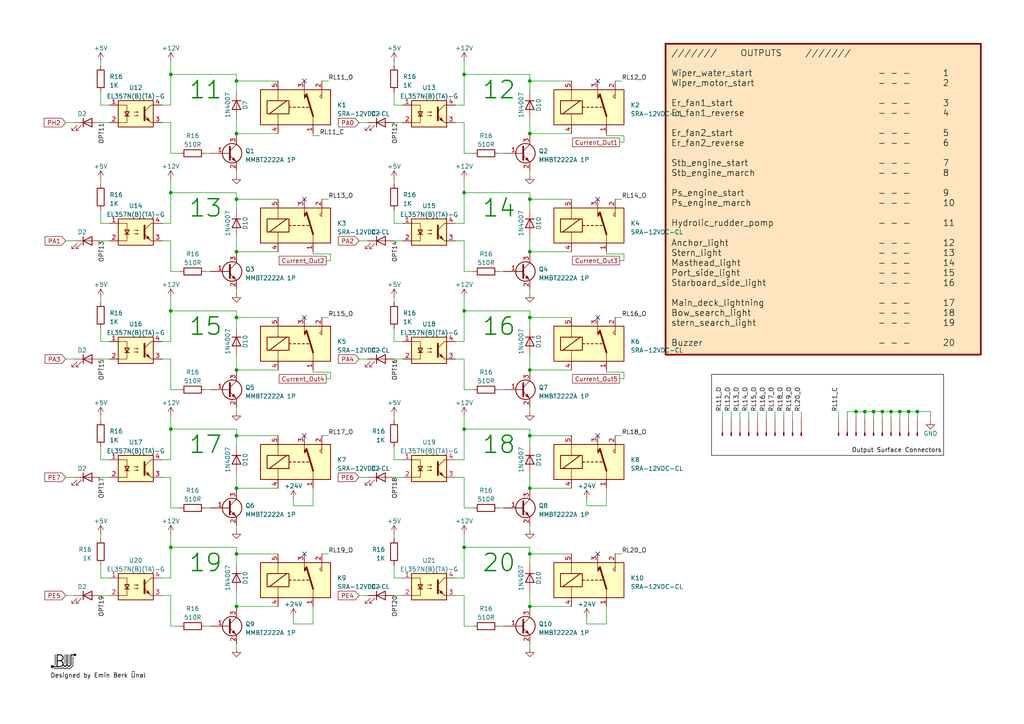
<source format=kicad_sch>
(kicad_sch (version 20230121) (generator eeschema)
  (paper "A4")
  (title_block (title "Relay-2") (date "2023-05-16") (rev "2") (company "OES Maritime Systems Eng. Ltd. Sti."))
  (lib_symbols
    (symbol "Conn_01x01_Pin_1" (pin_numbers hide) (pin_names (offset 1.016) hide)
      (property "Reference" "J" (at 0 2.54 0))
      (property "Value" "Conn_01x01_Pin" (at 0 -2.54 0))
      (symbol "Conn_01x01_Pin_1_1_1"
        (pin passive line (at 5.08 0 180) (length 3.81) (name "Pin_1") (number "1"))
      )
    )
    (symbol "Device:R" (pin_numbers hide) (pin_names (offset 0))
      (property "Reference" "R" (at 2.032 0 90))
      (property "Value" "R" (at 0 0 90))
      (symbol "R_1_1"
        (pin passive line (at 0 3.81 270) (length 1.27) (name "~") (number "1"))
        (pin passive line (at 0 -3.81 90) (length 1.27) (name "~") (number "2"))
      )
    )
    (symbol "Diode:1N4007" (pin_numbers hide) (pin_names hide)
      (property "Reference" "D" (at 0 2.54 0))
      (property "Value" "1N4007" (at 0 -2.54 0))
      (symbol "1N4007_1_1"
        (pin passive line (at -3.81 0 0) (length 2.54) (name "K") (number "1"))
        (pin passive line (at 3.81 0 180) (length 2.54) (name "A") (number "2"))
      )
    )
    (symbol "Isolator:PC817" (pin_names (offset 1.016))
      (property "Reference" "U" (at -5.08 5.08 0))
      (property "Value" "PC817" (at 0 5.08 0))
      (symbol "PC817_1_1"
        (pin passive line (at -7.62 2.54 0) (length 2.54) (name "~") (number "1"))
        (pin passive line (at -7.62 -2.54 0) (length 2.54) (name "~") (number "2"))
        (pin passive line (at 7.62 -2.54 180) (length 2.54) (name "~") (number "3"))
        (pin passive line (at 7.62 2.54 180) (length 2.54) (name "~") (number "4"))
      )
    )
    (symbol "LED:IR26-21C_L110_TR8" (pin_numbers hide) (pin_names (offset 1.016) hide)
      (property "Reference" "D" (at 0 2.54 0))
      (property "Value" "IR26-21C_L110_TR8" (at 0 -3.81 0))
      (symbol "IR26-21C_L110_TR8_1_1"
        (pin passive line (at -3.81 0 0) (length 2.54) (name "K") (number "1"))
        (pin passive line (at 3.81 0 180) (length 2.54) (name "A") (number "2"))
      )
    )
    (symbol "MyRelays:SRA-12VDC"
      (property "Reference" "K" (at 18.415 -1.27 0))
      (property "Value" "SRA-12VDC-CL" (at 7.62 1.27 0))
      (symbol "SRA-12VDC_1_1"
        (pin passive line (at 15.24 -2.54 90) (length 2.54) (name "") (number "1"))
        (pin passive line (at 17.78 12.7 270) (length 2.54) (name "") (number "2"))
        (pin passive line (at 12.7 12.7 270) (length 2.54) (name "") (number "3"))
        (pin passive line (at 5.08 -2.54 90) (length 2.54) (name "") (number "4"))
        (pin passive line (at 5.08 12.7 270) (length 2.54) (name "") (number "5"))
      )
    )
    (symbol "Transistor_BJT:2SC4213" (pin_names (offset 0) hide)
      (property "Reference" "Q" (at 5.08 1.905 0))
      (property "Value" "2SC4213" (at 5.08 0 0))
      (symbol "2SC4213_1_1"
        (pin input line (at -5.08 0 0) (length 5.715) (name "B") (number "1"))
        (pin passive line (at 2.54 -5.08 90) (length 2.54) (name "E") (number "2"))
        (pin passive line (at 2.54 5.08 270) (length 2.54) (name "C") (number "3"))
      )
    )
    (symbol "power:+12V" (power) (pin_names (offset 0))
      (property "Value" "+12V" (at 0 3.556 0))
      (symbol "+12V_1_1"
        (pin power_in line (at 0 0 90) (length 0) hide (name "+12V") (number "1"))
      )
    )
    (symbol "power:+24V" (power) (pin_names (offset 0))
      (property "Value" "+24V" (at 0 3.556 0))
      (symbol "+24V_1_1"
        (pin power_in line (at 0 0 90) (length 0) hide (name "+24V") (number "1"))
      )
    )
    (symbol "power:+5V" (power) (pin_names (offset 0))
      (property "Value" "+5V" (at 0 3.556 0))
      (symbol "+5V_1_1"
        (pin power_in line (at 0 0 90) (length 0) hide (name "+5V") (number "1"))
      )
    )
    (symbol "power:GND" (power) (pin_names (offset 0))
      (property "Value" "GND" (at 0 -3.81 0))
      (symbol "GND_1_1"
        (pin power_in line (at 0 0 270) (length 0) hide (name "GND") (number "1"))
      )
    )
  )
  (junction (at 153.67 126.365))
  (junction (at 263.525 119.38))
  (junction (at 153.67 23.495))
  (junction (at 49.53 21.59))
  (junction (at 68.58 126.365))
  (junction (at 153.67 73.025))
  (junction (at 250.825 119.38))
  (junction (at 134.62 90.17))
  (junction (at 49.53 124.46))
  (junction (at 68.58 23.495))
  (junction (at 68.58 107.315))
  (junction (at 153.67 175.895))
  (junction (at 153.67 57.785))
  (junction (at 255.905 119.38))
  (junction (at 153.67 107.315))
  (junction (at 49.53 90.17))
  (junction (at 134.62 124.46))
  (junction (at 248.285 119.38))
  (junction (at 153.67 92.075))
  (junction (at 68.58 73.025))
  (junction (at 153.67 160.655))
  (junction (at 68.58 57.785))
  (junction (at 68.58 38.735))
  (junction (at 68.58 160.655))
  (junction (at 68.58 92.075))
  (junction (at 134.62 21.59))
  (junction (at 266.065 119.38))
  (junction (at 153.67 38.735))
  (junction (at 134.62 158.75))
  (junction (at 68.58 141.605))
  (junction (at 260.985 119.38))
  (junction (at 49.53 158.75))
  (junction (at 153.67 141.605))
  (junction (at 258.445 119.38))
  (junction (at 253.365 119.38))
  (junction (at 49.53 55.88))
  (junction (at 68.58 175.895))
  (junction (at 134.62 55.88))
  (no_connect (at 88.265 126.365))
  (no_connect (at 88.265 160.655))
  (no_connect (at 173.355 92.075))
  (no_connect (at 88.265 92.075))
  (no_connect (at 88.265 23.495))
  (no_connect (at 173.355 23.495))
  (no_connect (at 173.355 160.655))
  (no_connect (at 173.355 126.365))
  (no_connect (at 173.355 57.785))
  (no_connect (at 88.265 57.785))
  (wire (pts (xy 68.58 107.315) (xy 80.645 107.315)))
  (wire (pts (xy 175.895 39.37) (xy 180.975 39.37)))
  (wire (pts (xy 95.25 57.785) (xy 93.345 57.785)))
  (wire (pts (xy 134.62 172.72) (xy 134.62 181.61)))
  (wire (pts (xy 144.78 147.32) (xy 146.05 147.32)))
  (wire (pts (xy 19.05 35.56) (xy 21.59 35.56)))
  (wire (pts (xy 134.62 113.03) (xy 137.16 113.03)))
  (wire (pts (xy 153.67 118.11) (xy 153.67 119.38)))
  (wire (pts (xy 114.3 138.43) (xy 116.84 138.43)))
  (wire (pts (xy 29.21 99.06) (xy 31.75 99.06)))
  (wire (pts (xy 227.33 119.38) (xy 227.33 121.285)))
  (wire (pts (xy 68.58 124.46) (xy 68.58 126.365)))
  (wire (pts (xy 114.3 99.06) (xy 116.84 99.06)))
  (wire (pts (xy 114.3 120.65) (xy 114.3 121.92)))
  (wire (pts (xy 49.53 147.32) (xy 52.07 147.32)))
  (wire (pts (xy 253.365 119.38) (xy 250.825 119.38)))
  (wire (pts (xy 114.3 60.96) (xy 114.3 64.77)))
  (wire (pts (xy 49.53 133.35) (xy 49.53 124.46)))
  (wire (pts (xy 68.58 21.59) (xy 68.58 23.495)))
  (wire (pts (xy 68.58 160.655) (xy 68.58 163.83)))
  (wire (pts (xy 134.62 138.43) (xy 134.62 147.32)))
  (wire (pts (xy 134.62 181.61) (xy 137.16 181.61)))
  (wire (pts (xy 175.895 73.025) (xy 175.895 73.66)))
  (wire (pts (xy 90.805 175.895) (xy 90.805 180.975)))
  (wire (pts (xy 179.705 75.565) (xy 180.975 75.565)))
  (wire (pts (xy 165.735 23.495) (xy 153.67 23.495)))
  (wire (pts (xy 114.3 86.36) (xy 114.3 87.63)))
  (wire (pts (xy 134.62 104.14) (xy 134.62 113.03)))
  (wire (pts (xy 132.08 104.14) (xy 134.62 104.14)))
  (wire (pts (xy 68.58 141.605) (xy 68.58 142.24)))
  (wire (pts (xy 59.69 44.45) (xy 60.96 44.45)))
  (wire (pts (xy 80.645 23.495) (xy 68.58 23.495)))
  (wire (pts (xy 153.67 175.895) (xy 165.735 175.895)))
  (wire (pts (xy 248.285 119.38) (xy 245.745 119.38)))
  (wire (pts (xy 153.67 73.025) (xy 153.67 73.66)))
  (wire (pts (xy 90.805 73.025) (xy 90.805 73.66)))
  (wire (pts (xy 49.53 55.88) (xy 49.53 52.07)))
  (wire (pts (xy 153.67 107.315) (xy 165.735 107.315)))
  (wire (pts (xy 68.58 175.895) (xy 80.645 175.895)))
  (wire (pts (xy 49.53 99.06) (xy 49.53 90.17)))
  (wire (pts (xy 175.895 73.66) (xy 180.975 73.66)))
  (wire (pts (xy 144.78 181.61) (xy 146.05 181.61)))
  (wire (pts (xy 134.62 21.59) (xy 153.67 21.59)))
  (wire (pts (xy 90.805 141.605) (xy 90.805 146.685)))
  (wire (pts (xy 153.67 90.17) (xy 153.67 92.075)))
  (wire (pts (xy 222.25 119.38) (xy 222.25 121.285)))
  (wire (pts (xy 269.875 119.38) (xy 266.065 119.38)))
  (wire (pts (xy 114.3 26.67) (xy 114.3 30.48)))
  (wire (pts (xy 104.14 138.43) (xy 106.68 138.43)))
  (wire (pts (xy 114.3 69.85) (xy 116.84 69.85)))
  (wire (pts (xy 49.53 30.48) (xy 49.53 21.59)))
  (wire (pts (xy 29.21 30.48) (xy 31.75 30.48)))
  (wire (pts (xy 29.21 154.94) (xy 29.21 156.21)))
  (wire (pts (xy 245.745 119.38) (xy 245.745 121.285)))
  (wire (pts (xy 153.67 158.75) (xy 153.67 160.655)))
  (wire (pts (xy 95.25 92.075) (xy 93.345 92.075)))
  (wire (pts (xy 49.53 158.75) (xy 68.58 158.75)))
  (wire (pts (xy 170.18 180.975) (xy 175.895 180.975)))
  (wire (pts (xy 29.21 86.36) (xy 29.21 87.63)))
  (wire (pts (xy 134.62 69.85) (xy 134.62 78.74)))
  (wire (pts (xy 49.53 172.72) (xy 49.53 181.61)))
  (wire (pts (xy 68.58 158.75) (xy 68.58 160.655)))
  (wire (pts (xy 46.99 99.06) (xy 49.53 99.06)))
  (wire (pts (xy 68.58 92.075) (xy 68.58 95.25)))
  (wire (pts (xy 59.69 78.74) (xy 60.96 78.74)))
  (wire (pts (xy 59.69 113.03) (xy 60.96 113.03)))
  (wire (pts (xy 85.09 146.685) (xy 90.805 146.685)))
  (wire (pts (xy 175.895 141.605) (xy 175.895 146.685)))
  (wire (pts (xy 175.895 38.735) (xy 175.895 39.37)))
  (wire (pts (xy 258.445 119.38) (xy 255.905 119.38)))
  (wire (pts (xy 258.445 119.38) (xy 258.445 121.285)))
  (wire (pts (xy 68.58 55.88) (xy 68.58 57.785)))
  (wire (pts (xy 134.62 44.45) (xy 137.16 44.45)))
  (wire (pts (xy 68.58 34.29) (xy 68.58 38.735)))
  (wire (pts (xy 114.3 129.54) (xy 114.3 133.35)))
  (wire (pts (xy 68.58 73.025) (xy 68.58 73.66)))
  (wire (pts (xy 19.05 69.85) (xy 21.59 69.85)))
  (wire (pts (xy 68.58 175.895) (xy 68.58 176.53)))
  (wire (pts (xy 104.14 69.85) (xy 106.68 69.85)))
  (wire (pts (xy 134.62 78.74) (xy 137.16 78.74)))
  (wire (pts (xy 153.67 152.4) (xy 153.67 153.67)))
  (wire (pts (xy 153.67 107.315) (xy 153.67 107.95)))
  (wire (pts (xy 90.805 107.95) (xy 95.885 107.95)))
  (wire (pts (xy 153.67 160.655) (xy 153.67 163.83)))
  (wire (pts (xy 114.3 104.14) (xy 116.84 104.14)))
  (wire (pts (xy 153.67 141.605) (xy 153.67 142.24)))
  (wire (pts (xy 153.67 83.82) (xy 153.67 85.09)))
  (wire (pts (xy 46.99 167.64) (xy 49.53 167.64)))
  (wire (pts (xy 46.99 172.72) (xy 49.53 172.72)))
  (wire (pts (xy 94.615 75.565) (xy 95.885 75.565)))
  (wire (pts (xy 180.34 160.655) (xy 178.435 160.655)))
  (wire (pts (xy 132.08 64.77) (xy 134.62 64.77)))
  (wire (pts (xy 217.17 119.38) (xy 217.17 121.285)))
  (wire (pts (xy 19.05 172.72) (xy 21.59 172.72)))
  (wire (pts (xy 68.58 102.87) (xy 68.58 107.315)))
  (wire (pts (xy 68.58 83.82) (xy 68.58 85.09)))
  (wire (pts (xy 49.53 167.64) (xy 49.53 158.75)))
  (wire (pts (xy 104.14 104.14) (xy 106.68 104.14)))
  (wire (pts (xy 132.08 35.56) (xy 134.62 35.56)))
  (wire (pts (xy 85.09 144.78) (xy 85.09 146.685)))
  (wire (pts (xy 132.08 172.72) (xy 134.62 172.72)))
  (wire (pts (xy 49.53 158.75) (xy 49.53 154.94)))
  (wire (pts (xy 49.53 104.14) (xy 49.53 113.03)))
  (wire (pts (xy 175.895 175.895) (xy 175.895 180.975)))
  (wire (pts (xy 68.58 171.45) (xy 68.58 175.895)))
  (wire (pts (xy 49.53 69.85) (xy 49.53 78.74)))
  (wire (pts (xy 255.905 119.38) (xy 253.365 119.38)))
  (wire (pts (xy 134.62 158.75) (xy 153.67 158.75)))
  (wire (pts (xy 214.63 119.38) (xy 214.63 121.285)))
  (wire (pts (xy 46.99 69.85) (xy 49.53 69.85)))
  (wire (pts (xy 49.53 44.45) (xy 52.07 44.45)))
  (wire (pts (xy 134.62 30.48) (xy 134.62 21.59)))
  (wire (pts (xy 90.805 107.315) (xy 90.805 107.95)))
  (wire (pts (xy 144.78 113.03) (xy 146.05 113.03)))
  (wire (pts (xy 170.18 144.78) (xy 170.18 146.685)))
  (wire (pts (xy 153.67 171.45) (xy 153.67 175.895)))
  (wire (pts (xy 68.58 186.69) (xy 68.58 187.96)))
  (wire (pts (xy 49.53 21.59) (xy 49.53 17.78)))
  (wire (pts (xy 49.53 113.03) (xy 52.07 113.03)))
  (wire (pts (xy 243.205 119.38) (xy 243.205 121.285)))
  (wire (pts (xy 269.875 121.92) (xy 269.875 119.38)))
  (wire (pts (xy 85.09 180.975) (xy 90.805 180.975)))
  (wire (pts (xy 68.58 57.785) (xy 68.58 60.96)))
  (wire (pts (xy 153.67 126.365) (xy 153.67 129.54)))
  (wire (pts (xy 29.21 120.65) (xy 29.21 121.92)))
  (wire (pts (xy 29.21 95.25) (xy 29.21 99.06)))
  (wire (pts (xy 68.58 107.315) (xy 68.58 107.95)))
  (wire (pts (xy 170.18 179.07) (xy 170.18 180.975)))
  (wire (pts (xy 153.67 186.69) (xy 153.67 187.96)))
  (wire (pts (xy 95.885 109.855) (xy 95.885 107.95)))
  (wire (pts (xy 59.69 147.32) (xy 60.96 147.32)))
  (wire (pts (xy 68.58 90.17) (xy 68.58 92.075)))
  (wire (pts (xy 179.705 41.275) (xy 180.975 41.275)))
  (wire (pts (xy 49.53 90.17) (xy 49.53 86.36)))
  (wire (pts (xy 94.615 109.855) (xy 95.885 109.855)))
  (wire (pts (xy 153.67 49.53) (xy 153.67 50.8)))
  (wire (pts (xy 80.645 92.075) (xy 68.58 92.075)))
  (wire (pts (xy 134.62 124.46) (xy 134.62 120.65)))
  (wire (pts (xy 90.805 39.37) (xy 92.71 39.37)))
  (wire (pts (xy 132.08 99.06) (xy 134.62 99.06)))
  (wire (pts (xy 114.3 35.56) (xy 116.84 35.56)))
  (wire (pts (xy 29.21 138.43) (xy 31.75 138.43)))
  (wire (pts (xy 46.99 30.48) (xy 49.53 30.48)))
  (wire (pts (xy 49.53 181.61) (xy 52.07 181.61)))
  (wire (pts (xy 46.99 133.35) (xy 49.53 133.35)))
  (wire (pts (xy 46.99 35.56) (xy 49.53 35.56)))
  (wire (pts (xy 114.3 17.78) (xy 114.3 19.05)))
  (wire (pts (xy 153.67 55.88) (xy 153.67 57.785)))
  (wire (pts (xy 49.53 78.74) (xy 52.07 78.74)))
  (wire (pts (xy 209.55 119.38) (xy 209.55 121.285)))
  (wire (pts (xy 153.67 21.59) (xy 153.67 23.495)))
  (wire (pts (xy 134.62 90.17) (xy 134.62 86.36)))
  (wire (pts (xy 95.25 160.655) (xy 93.345 160.655)))
  (wire (pts (xy 180.34 23.495) (xy 178.435 23.495)))
  (wire (pts (xy 134.62 167.64) (xy 134.62 158.75)))
  (wire (pts (xy 165.735 92.075) (xy 153.67 92.075)))
  (wire (pts (xy 175.895 107.315) (xy 175.895 107.95)))
  (wire (pts (xy 180.975 109.855) (xy 180.975 107.95)))
  (wire (pts (xy 29.21 167.64) (xy 31.75 167.64)))
  (wire (pts (xy 68.58 126.365) (xy 68.58 129.54)))
  (wire (pts (xy 153.67 73.025) (xy 165.735 73.025)))
  (wire (pts (xy 29.21 129.54) (xy 29.21 133.35)))
  (wire (pts (xy 144.78 44.45) (xy 146.05 44.45)))
  (wire (pts (xy 153.67 68.58) (xy 153.67 73.025)))
  (wire (pts (xy 180.34 57.785) (xy 178.435 57.785)))
  (wire (pts (xy 49.53 21.59) (xy 68.58 21.59)))
  (wire (pts (xy 153.67 57.785) (xy 153.67 60.96)))
  (wire (pts (xy 132.08 138.43) (xy 134.62 138.43)))
  (wire (pts (xy 153.67 92.075) (xy 153.67 95.25)))
  (wire (pts (xy 253.365 119.38) (xy 253.365 121.285)))
  (wire (pts (xy 29.21 26.67) (xy 29.21 30.48)))
  (wire (pts (xy 153.67 137.16) (xy 153.67 141.605)))
  (wire (pts (xy 68.58 38.735) (xy 80.645 38.735)))
  (wire (pts (xy 134.62 124.46) (xy 153.67 124.46)))
  (wire (pts (xy 114.3 154.94) (xy 114.3 156.21)))
  (wire (pts (xy 68.58 152.4) (xy 68.58 153.67)))
  (wire (pts (xy 114.3 30.48) (xy 116.84 30.48)))
  (wire (pts (xy 95.25 126.365) (xy 93.345 126.365)))
  (wire (pts (xy 85.09 179.07) (xy 85.09 180.975)))
  (wire (pts (xy 80.645 57.785) (xy 68.58 57.785)))
  (wire (pts (xy 29.21 64.77) (xy 31.75 64.77)))
  (wire (pts (xy 153.67 38.735) (xy 153.67 39.37)))
  (wire (pts (xy 266.065 121.285) (xy 266.065 119.38)))
  (wire (pts (xy 132.08 133.35) (xy 134.62 133.35)))
  (wire (pts (xy 165.735 57.785) (xy 153.67 57.785)))
  (wire (pts (xy 68.58 73.025) (xy 80.645 73.025)))
  (wire (pts (xy 134.62 35.56) (xy 134.62 44.45)))
  (wire (pts (xy 263.525 119.38) (xy 263.525 121.285)))
  (wire (pts (xy 68.58 38.735) (xy 68.58 39.37)))
  (wire (pts (xy 132.08 69.85) (xy 134.62 69.85)))
  (wire (pts (xy 180.34 126.365) (xy 178.435 126.365)))
  (wire (pts (xy 114.3 133.35) (xy 116.84 133.35)))
  (wire (pts (xy 59.69 181.61) (xy 60.96 181.61)))
  (wire (pts (xy 134.62 21.59) (xy 134.62 17.78)))
  (wire (pts (xy 49.53 124.46) (xy 68.58 124.46)))
  (wire (pts (xy 248.285 119.38) (xy 248.285 121.285)))
  (wire (pts (xy 49.53 55.88) (xy 68.58 55.88)))
  (wire (pts (xy 180.34 92.075) (xy 178.435 92.075)))
  (wire (pts (xy 29.21 163.83) (xy 29.21 167.64)))
  (wire (pts (xy 132.08 30.48) (xy 134.62 30.48)))
  (wire (pts (xy 68.58 141.605) (xy 80.645 141.605)))
  (wire (pts (xy 250.825 119.38) (xy 248.285 119.38)))
  (wire (pts (xy 134.62 99.06) (xy 134.62 90.17)))
  (wire (pts (xy 219.71 119.38) (xy 219.71 121.285)))
  (wire (pts (xy 153.67 23.495) (xy 153.67 26.67)))
  (wire (pts (xy 153.67 141.605) (xy 165.735 141.605)))
  (wire (pts (xy 134.62 55.88) (xy 134.62 52.07)))
  (wire (pts (xy 114.3 163.83) (xy 114.3 167.64)))
  (wire (pts (xy 49.53 64.77) (xy 49.53 55.88)))
  (wire (pts (xy 165.735 160.655) (xy 153.67 160.655)))
  (wire (pts (xy 134.62 147.32) (xy 137.16 147.32)))
  (wire (pts (xy 104.14 35.56) (xy 106.68 35.56)))
  (wire (pts (xy 175.895 107.95) (xy 180.975 107.95)))
  (wire (pts (xy 144.78 78.74) (xy 146.05 78.74)))
  (wire (pts (xy 29.21 104.14) (xy 31.75 104.14)))
  (wire (pts (xy 134.62 90.17) (xy 153.67 90.17)))
  (wire (pts (xy 29.21 35.56) (xy 31.75 35.56)))
  (wire (pts (xy 153.67 175.895) (xy 153.67 176.53)))
  (wire (pts (xy 68.58 118.11) (xy 68.58 119.38)))
  (wire (pts (xy 250.825 119.38) (xy 250.825 121.285)))
  (wire (pts (xy 212.09 119.38) (xy 212.09 121.285)))
  (wire (pts (xy 134.62 64.77) (xy 134.62 55.88)))
  (wire (pts (xy 104.14 172.72) (xy 106.68 172.72)))
  (wire (pts (xy 180.975 41.275) (xy 180.975 39.37)))
  (wire (pts (xy 95.25 23.495) (xy 93.345 23.495)))
  (wire (pts (xy 170.18 146.685) (xy 175.895 146.685)))
  (wire (pts (xy 29.21 17.78) (xy 29.21 19.05)))
  (wire (pts (xy 90.805 73.66) (xy 95.885 73.66)))
  (wire (pts (xy 255.905 119.38) (xy 255.905 121.285)))
  (wire (pts (xy 114.3 52.07) (xy 114.3 53.34)))
  (wire (pts (xy 179.705 109.855) (xy 180.975 109.855)))
  (wire (pts (xy 68.58 68.58) (xy 68.58 73.025)))
  (wire (pts (xy 80.645 126.365) (xy 68.58 126.365)))
  (wire (pts (xy 29.21 52.07) (xy 29.21 53.34)))
  (wire (pts (xy 46.99 64.77) (xy 49.53 64.77)))
  (wire (pts (xy 266.065 119.38) (xy 263.525 119.38)))
  (wire (pts (xy 80.645 160.655) (xy 68.58 160.655)))
  (wire (pts (xy 68.58 49.53) (xy 68.58 50.8)))
  (wire (pts (xy 165.735 126.365) (xy 153.67 126.365)))
  (wire (pts (xy 46.99 104.14) (xy 49.53 104.14)))
  (wire (pts (xy 114.3 172.72) (xy 116.84 172.72)))
  (wire (pts (xy 29.21 69.85) (xy 31.75 69.85)))
  (wire (pts (xy 134.62 158.75) (xy 134.62 154.94)))
  (wire (pts (xy 90.805 38.735) (xy 90.805 39.37)))
  (wire (pts (xy 19.05 104.14) (xy 21.59 104.14)))
  (wire (pts (xy 49.53 138.43) (xy 49.53 147.32)))
  (wire (pts (xy 114.3 167.64) (xy 116.84 167.64)))
  (wire (pts (xy 29.21 60.96) (xy 29.21 64.77)))
  (wire (pts (xy 49.53 90.17) (xy 68.58 90.17)))
  (wire (pts (xy 180.975 75.565) (xy 180.975 73.66)))
  (wire (pts (xy 29.21 172.72) (xy 31.75 172.72)))
  (wire (pts (xy 68.58 137.16) (xy 68.58 141.605)))
  (wire (pts (xy 132.08 167.64) (xy 134.62 167.64)))
  (wire (pts (xy 114.3 64.77) (xy 116.84 64.77)))
  (wire (pts (xy 153.67 124.46) (xy 153.67 126.365)))
  (wire (pts (xy 49.53 35.56) (xy 49.53 44.45)))
  (wire (pts (xy 224.79 119.38) (xy 224.79 121.285)))
  (wire (pts (xy 153.67 102.87) (xy 153.67 107.315)))
  (wire (pts (xy 49.53 124.46) (xy 49.53 120.65)))
  (wire (pts (xy 153.67 34.29) (xy 153.67 38.735)))
  (wire (pts (xy 134.62 133.35) (xy 134.62 124.46)))
  (wire (pts (xy 29.21 133.35) (xy 31.75 133.35)))
  (wire (pts (xy 153.67 38.735) (xy 165.735 38.735)))
  (wire (pts (xy 260.985 119.38) (xy 258.445 119.38)))
  (wire (pts (xy 134.62 55.88) (xy 153.67 55.88)))
  (wire (pts (xy 229.87 119.38) (xy 229.87 121.285)))
  (wire (pts (xy 232.41 119.38) (xy 232.41 121.285)))
  (wire (pts (xy 68.58 23.495) (xy 68.58 26.67)))
  (wire (pts (xy 114.3 95.25) (xy 114.3 99.06)))
  (wire (pts (xy 46.99 138.43) (xy 49.53 138.43)))
  (wire (pts (xy 263.525 119.38) (xy 260.985 119.38)))
  (wire (pts (xy 95.885 75.565) (xy 95.885 73.66)))
  (wire (pts (xy 260.985 119.38) (xy 260.985 121.285)))
  (wire (pts (xy 19.05 138.43) (xy 21.59 138.43)))
  (rectangle (start 206.375 108.585) (end 273.685 132.08) (stroke (width 0) (color 0 0 0 1)))
  (image (at 18.415 191.77) (scale 0.232765))
  (text_box "///////     OUTPUTS     ///////\n\nWiper_water_start			 	  - - - 	1 \nWiper_motor_start			 	  - - - 	2 \n\nEr_fan1_start			     	  - - - 	3 \nEr_fan1_reverse			 	 	  - - - 	4 \n\nEr_fan2_start				 	  - - - 	5 \nEr_fan2_reverse			 	 	  - - - 	6 \n\nStb_engine_start			 	  - - - 	7 \nStb_engine_march			 	  - - - 	8 \n\nPs_engine_start			 	 	  - - - 	9 \nPs_engine_march			 	  	  - - - 	10 \n\nHydrolic_rudder_pomp		 	  - - - 	11 \n\nAnchor_light				 	  - - - 	12 \nStern_light				 	  	  - - - 	13 \nMasthead_light			 	 	  - - - 	14 \nPort_side_light			 	  	  - - - 	15 \nStarboard_side_light		 	  - - - 	16\n\nMain_deck_lightning		 	  	  - - - 	17 \nBow_search_light			 	  - - - 	18 \nstern_search_light 		 	  	  - - - 	19\n\nBuzzer 							  - - - 	20" (at 193.04 12.7 0) (size 91.44 90.17) (stroke (width 0.5) (color 132 0 0 1)) (fill (type color) (color 255 229 191 1)) (effects (font (size 1.8 1.8)) (justify left top)))
  (text "12" (at 139.7 29.21 0) (effects (font (size 5 5) (thickness 0.4) bold) (justify left bottom)))
  (text "19" (at 54.61 166.37 0) (effects (font (size 5 5) (thickness 0.4) bold) (justify left bottom)))
  (text "17" (at 54.61 132.08 0) (effects (font (size 5 5) (thickness 0.4) bold) (justify left bottom)))
  (text "14" (at 139.7 63.5 0) (effects (font (size 5 5) (thickness 0.4) bold) (justify left bottom)))
  (text "15" (at 54.61 97.79 0) (effects (font (size 5 5) (thickness 0.4) bold) (justify left bottom)))
  (text "11" (at 54.61 29.21 0) (effects (font (size 5 5) (thickness 0.4) bold) (justify left bottom)))
  (text "16" (at 139.7 97.79 0) (effects (font (size 5 5) (thickness 0.4) bold) (justify left bottom)))
  (text "20" (at 139.7 166.37 0) (effects (font (size 5 5) (thickness 0.4) bold) (justify left bottom)))
  (text "18" (at 139.7 132.08 0) (effects (font (size 5 5) (thickness 0.4) bold) (justify left bottom)))
  (text "Output Surface Connectors" (at 247.015 131.445 0) (effects (font (size 1.27 1.27)) (justify left bottom)))
  (text "Designed by Emin Berk Ünal" (at 14.605 196.85 0) (effects (font (size 1.27 1.27)) (justify left bottom)))
  (text "13" (at 54.61 63.5 0) (effects (font (size 5 5) (thickness 0.4) bold) (justify left bottom)))
  (label "RL17_O" (at 224.79 119.38 90))
  (label "RL16_O" (at 222.25 119.38 90))
  (label "RL15_O" (at 95.25 92.075 0))
  (label "RL13_O" (at 214.63 119.38 90))
  (label "RL17_O" (at 95.25 126.365 0))
  (label "OPT20" (at 115.57 172.72 270) (property "Intersheetrefs" "${INTERSHEET_REFS}" (effects hide)))
  (label "RL11_O" (at 95.25 23.495 0))
  (label "OPT18" (at 115.57 138.43 270) (property "Intersheetrefs" "${INTERSHEET_REFS}" (effects hide)))
  (label "OPT12" (at 115.57 35.56 270) (property "Intersheetrefs" "${INTERSHEET_REFS}" (effects hide)))
  (label "RL11_O" (at 209.55 119.38 90))
  (label "RL12_O" (at 180.34 23.495 0))
  (label "RL19_O" (at 95.25 160.655 0))
  (label "RL16_O" (at 180.34 92.075 0))
  (label "RL15_O" (at 219.71 119.38 90))
  (label "RL18_O" (at 180.34 126.365 0))
  (label "OPT11" (at 30.48 35.56 270) (property "Intersheetrefs" "${INTERSHEET_REFS}" (effects hide)))
  (label "OPT19" (at 30.48 172.72 270) (property "Intersheetrefs" "${INTERSHEET_REFS}" (effects hide)))
  (label "RL19_O" (at 229.87 119.38 90))
  (label "OPT14" (at 115.57 69.85 270) (property "Intersheetrefs" "${INTERSHEET_REFS}" (effects hide)))
  (label "RL13_O" (at 95.25 57.785 0))
  (label "RL12_O" (at 212.09 119.38 90))
  (label "RL11_C" (at 243.205 119.38 90))
  (label "RL14_O" (at 217.17 119.38 90))
  (label "RL11_C" (at 92.71 39.37 0))
  (label "OPT16" (at 115.57 104.14 270) (property "Intersheetrefs" "${INTERSHEET_REFS}" (effects hide)))
  (label "RL18_O" (at 227.33 119.38 90))
  (label "RL20_O" (at 180.34 160.655 0))
  (label "OPT17" (at 30.48 138.43 270) (property "Intersheetrefs" "${INTERSHEET_REFS}" (effects hide)))
  (label "RL20_O" (at 232.41 119.38 90))
  (label "OPT15" (at 30.48 104.14 270) (property "Intersheetrefs" "${INTERSHEET_REFS}" (effects hide)))
  (label "RL14_O" (at 180.34 57.785 0))
  (label "OPT13" (at 30.48 69.85 270) (property "Intersheetrefs" "${INTERSHEET_REFS}" (effects hide)))
  (global_label "Current_Out3" (shape passive) (at 179.705 75.565 180) (property "Intersheetrefs" "${INTERSHEET_REFS}" (effects hide)))
  (global_label "PE5" (shape input) (at 19.05 172.72 180) (property "Intersheetrefs" "${INTERSHEET_REFS}" (effects hide)))
  (global_label "Current_Out5" (shape passive) (at 179.705 109.855 180) (property "Intersheetrefs" "${INTERSHEET_REFS}" (effects hide)))
  (global_label "PE6" (shape input) (at 104.14 138.43 180) (property "Intersheetrefs" "${INTERSHEET_REFS}" (effects hide)))
  (global_label "PA0" (shape input) (at 104.14 35.56 180) (property "Intersheetrefs" "${INTERSHEET_REFS}" (effects hide)))
  (global_label "PA1" (shape input) (at 19.05 69.85 180) (property "Intersheetrefs" "${INTERSHEET_REFS}" (effects hide)))
  (global_label "Current_Out2" (shape passive) (at 94.615 75.565 180) (property "Intersheetrefs" "${INTERSHEET_REFS}" (effects hide)))
  (global_label "PA3" (shape input) (at 19.05 104.14 180) (property "Intersheetrefs" "${INTERSHEET_REFS}" (effects hide)))
  (global_label "PE7" (shape input) (at 19.05 138.43 180) (property "Intersheetrefs" "${INTERSHEET_REFS}" (effects hide)))
  (global_label "Current_Out4" (shape passive) (at 94.615 109.855 180) (property "Intersheetrefs" "${INTERSHEET_REFS}" (effects hide)))
  (global_label "Current_Out1" (shape passive) (at 179.705 41.275 180) (property "Intersheetrefs" "${INTERSHEET_REFS}" (effects hide)))
  (global_label "PH2" (shape input) (at 19.05 35.56 180) (property "Intersheetrefs" "${INTERSHEET_REFS}" (effects hide)))
  (global_label "PE4" (shape input) (at 104.14 172.72 180) (property "Intersheetrefs" "${INTERSHEET_REFS}" (effects hide)))
  (global_label "PA2" (shape input) (at 104.14 69.85 180) (property "Intersheetrefs" "${INTERSHEET_REFS}" (effects hide)))
  (global_label "PA4" (shape input) (at 104.14 104.14 180) (property "Intersheetrefs" "${INTERSHEET_REFS}" (effects hide)))
  (symbol (lib_id "power:GND") (at 68.58 187.96 0) (unit 1)
    (property "Reference" "#PWR099" (effects hide))
    (property "Value" "GND" (effects hide))
    (instances (project "HMI_Board_V2" (path "" (reference "#PWR099") (unit 1)) (path "" (reference "#PWR0117") (unit 1))))
  )
  (symbol (lib_name "Conn_01x01_Pin_1") (lib_id "Connector:Conn_01x01_Pin") (at 229.87 126.365 90) (unit 1) (in_bom no)
    (property "Reference" "J5" (effects hide))
    (property "Value" "Conn_01x01_Pin" (effects hide))
    (property "Footprint" "MountingHole:MountingHole_2.2mm_M2_Pad" (effects hide))
    (property "Sim.Enable" "0" (effects hide))
    (instances (project "HMI_Board_V2" (path "" (reference "J5") (unit 1)) (path "" (reference "J9") (unit 1)) (path "" (reference "J53") (unit 1))))
  )
  (symbol (lib_id "LED:IR26-21C_L110_TR8") (at 110.49 104.14 0) (unit 1)
    (property "Reference" "D2" (at 108.9025 101.6 0))
    (property "Value" "KT-0805G" (effects hide))
    (property "Footprint" "LED_SMD:LED_0805_2012Metric" (effects hide))
    (property "Datasheet" "http://www.everlight.com/file/ProductFile/IR26-21C-L110-TR8.pdf" (effects hide))
    (instances (project "HMI_Board_V2" (path "" (reference "D2") (unit 1)) (path "" (reference "D19") (unit 1)) (path "" (reference "D39") (unit 1))))
  )
  (symbol (lib_id "MyRelays:SRA-12VDC") (at 160.655 70.485 0) (unit 1)
    (property "Reference" "K4" (at 182.88 64.77 0) (effects (justify left)))
    (property "Value" "SRA-12VDC-CL" (at 182.88 67.31 0) (effects (justify left)))
    (property "Footprint" "MyRelays:SRA-12VDC-CL" (effects hide))
    (property "Datasheet" "https://datasheet.lcsc.com/lcsc/2304140030_Ningbo-Songle-Relay-SRA-12VDC-CL_C60169.pdf" (effects hide))
    (instances (project "HMI_Board_V2" (path "" (reference "K4") (unit 1)) (path "" (reference "K14") (unit 1))))
  )
  (symbol (lib_name "Conn_01x01_Pin_1") (lib_id "Connector:Conn_01x01_Pin") (at 217.17 126.365 90) (unit 1) (in_bom no)
    (property "Reference" "J5" (effects hide))
    (property "Value" "Conn_01x01_Pin" (effects hide))
    (property "Footprint" "MountingHole:MountingHole_2.2mm_M2_Pad" (effects hide))
    (property "Sim.Enable" "0" (effects hide))
    (instances (project "HMI_Board_V2" (path "" (reference "J5") (unit 1)) (path "" (reference "J9") (unit 1)) (path "" (reference "J34") (unit 1))))
  )
  (symbol (lib_id "Transistor_BJT:2SC4213") (at 151.13 147.32 0) (unit 1)
    (property "Reference" "Q8" (at 156.21 146.685 0) (effects (justify left)))
    (property "Value" "MMBT2222A 1P" (at 156.21 149.225 0) (effects (justify left)))
    (property "Footprint" "Package_TO_SOT_SMD:SOT-23" (effects hide))
    (property "Datasheet" "https://datasheet.lcsc.com/lcsc/1811081957_Jiangsu-Changjing-Electronics-Technology-Co---Ltd--MMBT2222A-1P_C8512.pdf" (effects hide))
    (instances (project "HMI_Board_V2" (path "" (reference "Q8") (unit 1)) (path "" (reference "Q18") (unit 1))))
  )
  (symbol (lib_id "Device:R") (at 140.97 147.32 90) (unit 1)
    (property "Reference" "R16" (at 140.97 142.24 90))
    (property "Value" "510R" (at 140.97 144.78 90))
    (property "Footprint" "Resistor_SMD:R_0805_2012Metric" (effects hide))
    (instances (project "HMI_Board_V2" (path "" (reference "R16") (unit 1)) (path "" (reference "R48") (unit 1)) (path "" (reference "R70") (unit 1))))
  )
  (symbol (lib_id "MyRelays:SRA-12VDC") (at 160.655 36.195 0) (unit 1)
    (property "Reference" "K2" (at 182.88 30.48 0) (effects (justify left)))
    (property "Value" "SRA-12VDC-CL" (at 182.88 33.02 0) (effects (justify left)))
    (property "Footprint" "MyRelays:SRA-12VDC-CL" (effects hide))
    (property "Datasheet" "https://datasheet.lcsc.com/lcsc/2304140030_Ningbo-Songle-Relay-SRA-12VDC-CL_C60169.pdf" (effects hide))
    (instances (project "HMI_Board_V2" (path "" (reference "K2") (unit 1)) (path "" (reference "K12") (unit 1))))
  )
  (symbol (lib_id "LED:IR26-21C_L110_TR8") (at 25.4 104.14 0) (unit 1)
    (property "Reference" "D2" (at 23.8125 101.6 0))
    (property "Value" "KT-0805G" (effects hide))
    (property "Footprint" "LED_SMD:LED_0805_2012Metric" (effects hide))
    (property "Datasheet" "http://www.everlight.com/file/ProductFile/IR26-21C-L110-TR8.pdf" (effects hide))
    (instances (project "HMI_Board_V2" (path "" (reference "D2") (unit 1)) (path "" (reference "D15") (unit 1)) (path "" (reference "D29") (unit 1))))
  )
  (symbol (lib_name "Conn_01x01_Pin_1") (lib_id "Connector:Conn_01x01_Pin") (at 219.71 126.365 90) (unit 1) (in_bom no)
    (property "Reference" "J5" (effects hide))
    (property "Value" "Conn_01x01_Pin" (effects hide))
    (property "Footprint" "MountingHole:MountingHole_2.2mm_M2_Pad" (effects hide))
    (property "Sim.Enable" "0" (effects hide))
    (instances (project "HMI_Board_V2" (path "" (reference "J5") (unit 1)) (path "" (reference "J9") (unit 1)) (path "" (reference "J35") (unit 1))))
  )
  (symbol (lib_id "Diode:1N4007") (at 68.58 30.48 270) (unit 1)
    (property "Reference" "D7" (at 71.12 30.48 0))
    (property "Value" "1N4007" (at 66.04 30.48 0))
    (property "Footprint" "Diode_SMD:D_SOD-123" (effects hide))
    (instances (project "HMI_Board_V2" (path "" (reference "D7") (unit 1)) (path "" (reference "D52") (unit 1))))
  )
  (symbol (lib_id "power:+24V") (at 170.18 179.07 0) (unit 1)
    (property "Reference" "#PWR026" (effects hide))
    (property "Value" "+24V" (at 170.18 175.26 0))
  )
  (symbol (lib_id "power:+24V") (at 170.18 144.78 0) (unit 1)
    (property "Reference" "#PWR018" (effects hide))
    (property "Value" "+24V" (at 170.18 140.97 0))
  )
  (symbol (lib_id "power:+12V") (at 134.62 52.07 0) (unit 1)
    (property "Reference" "#PWR069" (effects hide))
    (property "Value" "+12V" (at 134.62 48.26 0))
    (instances (project "HMI_Board_V2" (path "" (reference "#PWR069") (unit 1)) (path "" (reference "#PWR0110") (unit 1))))
  )
  (symbol (lib_id "power:+12V") (at 49.53 120.65 0) (unit 1)
    (property "Reference" "#PWR074" (effects hide))
    (property "Value" "+12V" (at 49.53 116.84 0))
    (instances (project "HMI_Board_V2" (path "" (reference "#PWR074") (unit 1)) (path "" (reference "#PWR097") (unit 1))))
  )
  (symbol (lib_name "Conn_01x01_Pin_1") (lib_id "Connector:Conn_01x01_Pin") (at 222.25 126.365 90) (unit 1) (in_bom no)
    (property "Reference" "J5" (effects hide))
    (property "Value" "Conn_01x01_Pin" (effects hide))
    (property "Footprint" "MountingHole:MountingHole_2.2mm_M2_Pad" (effects hide))
    (property "Sim.Enable" "0" (effects hide))
    (instances (project "HMI_Board_V2" (path "" (reference "J5") (unit 1)) (path "" (reference "J9") (unit 1)) (path "" (reference "J36") (unit 1))))
  )
  (symbol (lib_name "Conn_01x01_Pin_1") (lib_id "Connector:Conn_01x01_Pin") (at 253.365 126.365 90) (unit 1) (in_bom no)
    (property "Reference" "J5" (effects hide))
    (property "Value" "Conn_01x01_Pin" (effects hide))
    (property "Footprint" "MountingHole:MountingHole_2.2mm_M2_Pad" (effects hide))
    (property "Sim.Enable" "0" (effects hide))
    (instances (project "HMI_Board_V2" (path "" (reference "J5") (unit 1)) (path "" (reference "J9") (unit 1)) (path "" (reference "J43") (unit 1))))
  )
  (symbol (lib_id "power:GND") (at 269.875 121.92 0) (unit 1)
    (property "Reference" "#PWR02" (effects hide))
    (property "Value" "GND" (at 269.875 125.73 0))
  )
  (symbol (lib_name "Conn_01x01_Pin_1") (lib_id "Connector:Conn_01x01_Pin") (at 266.065 126.365 90) (unit 1) (in_bom no)
    (property "Reference" "J5" (effects hide))
    (property "Value" "Conn_01x01_Pin" (effects hide))
    (property "Footprint" "MountingHole:MountingHole_2.2mm_M2_Pad" (effects hide))
    (property "Sim.Enable" "0" (effects hide))
    (instances (project "HMI_Board_V2" (path "" (reference "J5") (unit 1)) (path "" (reference "J9") (unit 1)) (path "" (reference "J52") (unit 1))))
  )
  (symbol (lib_id "Isolator:PC817") (at 124.46 67.31 0) (unit 1)
    (property "Reference" "U15" (at 124.46 59.69 0))
    (property "Value" "EL357N(B)(TA)-G" (at 124.46 62.23 0))
    (property "Footprint" "Package_SO:SO-4_4.4x3.6mm_P2.54mm" (effects hide))
    (property "Datasheet" "https://datasheet.lcsc.com/lcsc/1809192312_Everlight-Elec-EL357N-B-TA-G_C6649.pdf" (effects hide))
    (instances (project "HMI_Board_V2" (path "" (reference "U15") (unit 1)) (path "" (reference "U25") (unit 1))))
  )
  (symbol (lib_id "Device:R") (at 114.3 91.44 180) (unit 1)
    (property "Reference" "R16" (at 116.84 90.805 0) (effects (justify right)))
    (property "Value" "1K" (at 116.84 93.345 0) (effects (justify right)))
    (property "Footprint" "Resistor_SMD:R_0805_2012Metric" (effects hide))
    (instances (project "HMI_Board_V2" (path "" (reference "R16") (unit 1)) (path "" (reference "R45") (unit 1)) (path "" (reference "R65") (unit 1))))
  )
  (symbol (lib_id "power:+24V") (at 85.09 179.07 0) (unit 1)
    (property "Reference" "#PWR019" (effects hide))
    (property "Value" "+24V" (at 85.09 175.26 0))
  )
  (symbol (lib_id "power:GND") (at 153.67 85.09 0) (unit 1)
    (property "Reference" "#PWR076" (effects hide))
    (property "Value" "GND" (effects hide))
    (instances (project "HMI_Board_V2" (path "" (reference "#PWR076") (unit 1)) (path "" (reference "#PWR0120") (unit 1))))
  )
  (symbol (lib_id "Isolator:PC817") (at 124.46 135.89 0) (unit 1)
    (property "Reference" "U19" (at 124.46 128.27 0))
    (property "Value" "EL357N(B)(TA)-G" (at 124.46 130.81 0))
    (property "Footprint" "Package_SO:SO-4_4.4x3.6mm_P2.54mm" (effects hide))
    (property "Datasheet" "https://datasheet.lcsc.com/lcsc/1809192312_Everlight-Elec-EL357N-B-TA-G_C6649.pdf" (effects hide))
    (instances (project "HMI_Board_V2" (path "" (reference "U19") (unit 1)) (path "" (reference "U29") (unit 1))))
  )
  (symbol (lib_id "power:+5V") (at 114.3 17.78 0) (unit 1)
    (property "Reference" "#PWR062" (effects hide))
    (property "Value" "+5V" (at 114.3 13.97 0))
    (instances (project "HMI_Board_V2" (path "" (reference "#PWR062") (unit 1)) (path "" (reference "#PWR0104") (unit 1))))
  )
  (symbol (lib_name "Conn_01x01_Pin_1") (lib_id "Connector:Conn_01x01_Pin") (at 250.825 126.365 90) (unit 1) (in_bom no)
    (property "Reference" "J5" (effects hide))
    (property "Value" "Conn_01x01_Pin" (effects hide))
    (property "Footprint" "MountingHole:MountingHole_2.2mm_M2_Pad" (effects hide))
    (property "Sim.Enable" "0" (effects hide))
    (instances (project "HMI_Board_V2" (path "" (reference "J5") (unit 1)) (path "" (reference "J9") (unit 1)) (path "" (reference "J42") (unit 1))))
  )
  (symbol (lib_id "MyRelays:SRA-12VDC") (at 75.565 36.195 0) (unit 1)
    (property "Reference" "K1" (at 97.79 30.48 0) (effects (justify left)))
    (property "Value" "SRA-12VDC-CL" (at 97.79 33.02 0) (effects (justify left)))
    (property "Footprint" "MyRelays:SRA-12VDC-CL" (effects hide))
    (property "Datasheet" "https://datasheet.lcsc.com/lcsc/2304140030_Ningbo-Songle-Relay-SRA-12VDC-CL_C60169.pdf" (effects hide))
    (instances (project "HMI_Board_V2" (path "" (reference "K1") (unit 1)) (path "" (reference "K11") (unit 1))))
  )
  (symbol (lib_id "Device:R") (at 55.88 147.32 90) (unit 1)
    (property "Reference" "R16" (at 55.88 142.24 90))
    (property "Value" "510R" (at 55.88 144.78 90))
    (property "Footprint" "Resistor_SMD:R_0805_2012Metric" (effects hide))
    (instances (project "HMI_Board_V2" (path "" (reference "R16") (unit 1)) (path "" (reference "R44") (unit 1)) (path "" (reference "R62") (unit 1))))
  )
  (symbol (lib_id "power:GND") (at 153.67 153.67 0) (unit 1)
    (property "Reference" "#PWR088" (effects hide))
    (property "Value" "GND" (effects hide))
    (instances (project "HMI_Board_V2" (path "" (reference "#PWR088") (unit 1)) (path "" (reference "#PWR0122") (unit 1))))
  )
  (symbol (lib_id "power:+24V") (at 85.09 144.78 0) (unit 1)
    (property "Reference" "#PWR017" (effects hide))
    (property "Value" "+24V" (at 85.09 140.97 0))
  )
  (symbol (lib_id "Device:R") (at 114.3 160.02 0) (mirror x) (unit 1)
    (property "Reference" "R16" (at 111.76 159.385 0) (effects (justify right)))
    (property "Value" "1K" (at 111.76 161.925 0) (effects (justify right)))
    (property "Footprint" "Resistor_SMD:R_0805_2012Metric" (effects hide))
    (instances (project "HMI_Board_V2" (path "" (reference "R16") (unit 1)) (path "" (reference "R49") (unit 1)) (path "" (reference "R57") (unit 1))))
  )
  (symbol (lib_id "power:+5V") (at 114.3 120.65 0) (unit 1)
    (property "Reference" "#PWR078" (effects hide))
    (property "Value" "+5V" (at 114.3 116.84 0))
    (instances (project "HMI_Board_V2" (path "" (reference "#PWR078") (unit 1)) (path "" (reference "#PWR0107") (unit 1))))
  )
  (symbol (lib_id "Transistor_BJT:2SC4213") (at 66.04 147.32 0) (unit 1)
    (property "Reference" "Q6" (at 71.12 146.685 0) (effects (justify left)))
    (property "Value" "MMBT2222A 1P" (at 71.12 149.225 0) (effects (justify left)))
    (property "Footprint" "Package_TO_SOT_SMD:SOT-23" (effects hide))
    (property "Datasheet" "https://datasheet.lcsc.com/lcsc/1811081957_Jiangsu-Changjing-Electronics-Technology-Co---Ltd--MMBT2222A-1P_C8512.pdf" (effects hide))
    (instances (project "HMI_Board_V2" (path "" (reference "Q6") (unit 1)) (path "" (reference "Q17") (unit 1))))
  )
  (symbol (lib_id "Diode:1N4007") (at 153.67 30.48 270) (unit 1)
    (property "Reference" "D10" (at 156.21 30.48 0))
    (property "Value" "1N4007" (at 151.13 30.48 0))
    (property "Footprint" "Diode_SMD:D_SOD-123" (effects hide))
    (instances (project "HMI_Board_V2" (path "" (reference "D10") (unit 1)) (path "" (reference "D53") (unit 1))))
  )
  (symbol (lib_id "LED:IR26-21C_L110_TR8") (at 25.4 172.72 0) (unit 1)
    (property "Reference" "D2" (at 23.8125 170.18 0))
    (property "Value" "KT-0805G" (effects hide))
    (property "Footprint" "LED_SMD:LED_0805_2012Metric" (effects hide))
    (property "Datasheet" "http://www.everlight.com/file/ProductFile/IR26-21C-L110-TR8.pdf" (effects hide))
    (instances (project "HMI_Board_V2" (path "" (reference "D2") (unit 1)) (path "" (reference "D23") (unit 1)) (path "" (reference "D31") (unit 1))))
  )
  (symbol (lib_id "Transistor_BJT:2SC4213") (at 66.04 113.03 0) (unit 1)
    (property "Reference" "Q5" (at 71.12 112.395 0) (effects (justify left)))
    (property "Value" "MMBT2222A 1P" (at 71.12 114.935 0) (effects (justify left)))
    (property "Footprint" "Package_TO_SOT_SMD:SOT-23" (effects hide))
    (property "Datasheet" "https://datasheet.lcsc.com/lcsc/1811081957_Jiangsu-Changjing-Electronics-Technology-Co---Ltd--MMBT2222A-1P_C8512.pdf" (effects hide))
    (instances (project "HMI_Board_V2" (path "" (reference "Q5") (unit 1)) (path "" (reference "Q15") (unit 1))))
  )
  (symbol (lib_id "power:+5V") (at 29.21 52.07 0) (unit 1)
    (property "Reference" "#PWR065" (effects hide))
    (property "Value" "+5V" (at 29.21 48.26 0))
    (instances (project "HMI_Board_V2" (path "" (reference "#PWR065") (unit 1)) (path "" (reference "#PWR090") (unit 1))))
  )
  (symbol (lib_id "Isolator:PC817") (at 39.37 170.18 0) (unit 1)
    (property "Reference" "U20" (at 39.37 162.56 0))
    (property "Value" "EL357N(B)(TA)-G" (at 39.37 165.1 0))
    (property "Footprint" "Package_SO:SO-4_4.4x3.6mm_P2.54mm" (effects hide))
    (property "Datasheet" "https://datasheet.lcsc.com/lcsc/1809192312_Everlight-Elec-EL357N-B-TA-G_C6649.pdf" (effects hide))
    (instances (project "HMI_Board_V2" (path "" (reference "U20") (unit 1)) (path "" (reference "U30") (unit 1))))
  )
  (symbol (lib_id "power:GND") (at 68.58 119.38 0) (unit 1)
    (property "Reference" "#PWR081" (effects hide))
    (property "Value" "GND" (effects hide))
    (instances (project "HMI_Board_V2" (path "" (reference "#PWR081") (unit 1)) (path "" (reference "#PWR0103") (unit 1))))
  )
  (symbol (lib_id "Diode:1N4007") (at 153.67 133.35 270) (unit 1)
    (property "Reference" "D10" (at 156.21 133.35 0))
    (property "Value" "1N4007" (at 151.13 133.35 0))
    (property "Footprint" "Diode_SMD:D_SOD-123" (effects hide))
    (instances (project "HMI_Board_V2" (path "" (reference "D10") (unit 1)) (path "" (reference "D43") (unit 1))))
  )
  (symbol (lib_id "power:GND") (at 68.58 85.09 0) (unit 1)
    (property "Reference" "#PWR064" (effects hide))
    (property "Value" "GND" (effects hide))
    (instances (project "HMI_Board_V2" (path "" (reference "#PWR064") (unit 1)) (path "" (reference "#PWR0102") (unit 1))))
  )
  (symbol (lib_name "Conn_01x01_Pin_1") (lib_id "Connector:Conn_01x01_Pin") (at 212.09 126.365 90) (unit 1) (in_bom no)
    (property "Reference" "J5" (effects hide))
    (property "Value" "Conn_01x01_Pin" (effects hide))
    (property "Footprint" "MountingHole:MountingHole_2.2mm_M2_Pad" (effects hide))
    (property "Sim.Enable" "0" (effects hide))
    (instances (project "HMI_Board_V2" (path "" (reference "J5") (unit 1)) (path "" (reference "J9") (unit 1)) (path "" (reference "J61") (unit 1))))
  )
  (symbol (lib_id "Diode:1N4007") (at 68.58 99.06 270) (unit 1)
    (property "Reference" "D10" (at 71.12 99.06 0))
    (property "Value" "1N4007" (at 66.04 99.06 0))
    (property "Footprint" "Diode_SMD:D_SOD-123" (effects hide))
    (instances (project "HMI_Board_V2" (path "" (reference "D10") (unit 1)) (path "" (reference "D34") (unit 1))))
  )
  (symbol (lib_id "Device:R") (at 114.3 22.86 180) (unit 1)
    (property "Reference" "R16" (at 116.84 22.225 0) (effects (justify right)))
    (property "Value" "1K" (at 116.84 24.765 0) (effects (justify right)))
    (property "Footprint" "Resistor_SMD:R_0805_2012Metric" (effects hide))
    (instances (project "HMI_Board_V2" (path "" (reference "R16") (unit 1)) (path "" (reference "R35") (unit 1)) (path "" (reference "R63") (unit 1))))
  )
  (symbol (lib_id "LED:IR26-21C_L110_TR8") (at 25.4 138.43 0) (unit 1)
    (property "Reference" "D2" (at 23.8125 135.89 0))
    (property "Value" "KT-0805G" (effects hide))
    (property "Footprint" "LED_SMD:LED_0805_2012Metric" (effects hide))
    (property "Datasheet" "http://www.everlight.com/file/ProductFile/IR26-21C-L110-TR8.pdf" (effects hide))
    (instances (project "HMI_Board_V2" (path "" (reference "D2") (unit 1)) (path "" (reference "D16") (unit 1)) (path "" (reference "D30") (unit 1))))
  )
  (symbol (lib_name "Conn_01x01_Pin_1") (lib_id "Connector:Conn_01x01_Pin") (at 227.33 126.365 90) (unit 1) (in_bom no)
    (property "Reference" "J5" (effects hide))
    (property "Value" "Conn_01x01_Pin" (effects hide))
    (property "Footprint" "MountingHole:MountingHole_2.2mm_M2_Pad" (effects hide))
    (property "Sim.Enable" "0" (effects hide))
    (instances (project "HMI_Board_V2" (path "" (reference "J5") (unit 1)) (path "" (reference "J9") (unit 1)) (path "" (reference "J38") (unit 1))))
  )
  (symbol (lib_id "Device:R") (at 29.21 91.44 180) (unit 1)
    (property "Reference" "R16" (at 31.75 90.805 0) (effects (justify right)))
    (property "Value" "1K" (at 31.75 93.345 0) (effects (justify right)))
    (property "Footprint" "Resistor_SMD:R_0805_2012Metric" (effects hide))
    (instances (project "HMI_Board_V2" (path "" (reference "R16") (unit 1)) (path "" (reference "R41") (unit 1)) (path "" (reference "R55") (unit 1))))
  )
  (symbol (lib_id "Transistor_BJT:2SC4213") (at 151.13 113.03 0) (unit 1)
    (property "Reference" "Q7" (at 156.21 112.395 0) (effects (justify left)))
    (property "Value" "MMBT2222A 1P" (at 156.21 114.935 0) (effects (justify left)))
    (property "Footprint" "Package_TO_SOT_SMD:SOT-23" (effects hide))
    (property "Datasheet" "https://datasheet.lcsc.com/lcsc/1811081957_Jiangsu-Changjing-Electronics-Technology-Co---Ltd--MMBT2222A-1P_C8512.pdf" (effects hide))
    (instances (project "HMI_Board_V2" (path "" (reference "Q7") (unit 1)) (path "" (reference "Q16") (unit 1))))
  )
  (symbol (lib_id "Device:R") (at 140.97 78.74 90) (unit 1)
    (property "Reference" "R16" (at 140.97 73.66 90))
    (property "Value" "510R" (at 140.97 76.2 90))
    (property "Footprint" "Resistor_SMD:R_0805_2012Metric" (effects hide))
    (instances (project "HMI_Board_V2" (path "" (reference "R16") (unit 1)) (path "" (reference "R40") (unit 1)) (path "" (reference "R69") (unit 1))))
  )
  (symbol (lib_id "Transistor_BJT:2SC4213") (at 151.13 44.45 0) (unit 1)
    (property "Reference" "Q2" (at 156.21 43.815 0) (effects (justify left)))
    (property "Value" "MMBT2222A 1P" (at 156.21 46.355 0) (effects (justify left)))
    (property "Footprint" "Package_TO_SOT_SMD:SOT-23" (effects hide))
    (property "Datasheet" "https://datasheet.lcsc.com/lcsc/1811081957_Jiangsu-Changjing-Electronics-Technology-Co---Ltd--MMBT2222A-1P_C8512.pdf" (effects hide))
    (instances (project "HMI_Board_V2" (path "" (reference "Q2") (unit 1)) (path "" (reference "Q12") (unit 1))))
  )
  (symbol (lib_name "Conn_01x01_Pin_1") (lib_id "Connector:Conn_01x01_Pin") (at 263.525 126.365 90) (unit 1) (in_bom no)
    (property "Reference" "J5" (effects hide))
    (property "Value" "Conn_01x01_Pin" (effects hide))
    (property "Footprint" "MountingHole:MountingHole_2.2mm_M2_Pad" (effects hide))
    (property "Sim.Enable" "0" (effects hide))
    (instances (project "HMI_Board_V2" (path "" (reference "J5") (unit 1)) (path "" (reference "J9") (unit 1)) (path "" (reference "J51") (unit 1))))
  )
  (symbol (lib_id "power:+5V") (at 114.3 86.36 0) (unit 1)
    (property "Reference" "#PWR077" (effects hide))
    (property "Value" "+5V" (at 114.3 82.55 0))
    (instances (project "HMI_Board_V2" (path "" (reference "#PWR077") (unit 1)) (path "" (reference "#PWR0106") (unit 1))))
  )
  (symbol (lib_id "power:+5V") (at 29.21 154.94 0) (unit 1)
    (property "Reference" "#PWR083" (effects hide))
    (property "Value" "+5V" (at 29.21 151.13 0))
    (instances (project "HMI_Board_V2" (path "" (reference "#PWR083") (unit 1)) (path "" (reference "#PWR093") (unit 1))))
  )
  (symbol (lib_id "Transistor_BJT:2SC4213") (at 66.04 78.74 0) (unit 1)
    (property "Reference" "Q3" (at 71.12 78.105 0) (effects (justify left)))
    (property "Value" "MMBT2222A 1P" (at 71.12 80.645 0) (effects (justify left)))
    (property "Footprint" "Package_TO_SOT_SMD:SOT-23" (effects hide))
    (property "Datasheet" "https://datasheet.lcsc.com/lcsc/1811081957_Jiangsu-Changjing-Electronics-Technology-Co---Ltd--MMBT2222A-1P_C8512.pdf" (effects hide))
    (instances (project "HMI_Board_V2" (path "" (reference "Q3") (unit 1)) (path "" (reference "Q13") (unit 1))))
  )
  (symbol (lib_id "Device:R") (at 140.97 113.03 90) (unit 1)
    (property "Reference" "R16" (at 140.97 107.95 90))
    (property "Value" "510R" (at 140.97 110.49 90))
    (property "Footprint" "Resistor_SMD:R_0805_2012Metric" (effects hide))
    (instances (project "HMI_Board_V2" (path "" (reference "R16") (unit 1)) (path "" (reference "R47") (unit 1)) (path "" (reference "R71") (unit 1))))
  )
  (symbol (lib_id "Isolator:PC817") (at 39.37 33.02 0) (unit 1)
    (property "Reference" "U12" (at 39.37 25.4 0))
    (property "Value" "EL357N(B)(TA)-G" (at 39.37 27.94 0))
    (property "Footprint" "Package_SO:SO-4_4.4x3.6mm_P2.54mm" (effects hide))
    (property "Datasheet" "https://datasheet.lcsc.com/lcsc/1809192312_Everlight-Elec-EL357N-B-TA-G_C6649.pdf" (effects hide))
    (instances (project "HMI_Board_V2" (path "" (reference "U12") (unit 1)) (path "" (reference "U22") (unit 1))))
  )
  (symbol (lib_id "LED:IR26-21C_L110_TR8") (at 110.49 69.85 0) (unit 1)
    (property "Reference" "D2" (at 108.9025 67.31 0))
    (property "Value" "KT-0805G" (effects hide))
    (property "Footprint" "LED_SMD:LED_0805_2012Metric" (effects hide))
    (property "Datasheet" "http://www.everlight.com/file/ProductFile/IR26-21C-L110-TR8.pdf" (effects hide))
    (instances (project "HMI_Board_V2" (path "" (reference "D2") (unit 1)) (path "" (reference "D13") (unit 1)) (path "" (reference "D38") (unit 1))))
  )
  (symbol (lib_id "MyRelays:SRA-12VDC") (at 75.565 70.485 0) (unit 1)
    (property "Reference" "K3" (at 97.79 64.77 0) (effects (justify left)))
    (property "Value" "SRA-12VDC-CL" (at 97.79 67.31 0) (effects (justify left)))
    (property "Footprint" "MyRelays:SRA-12VDC-CL" (effects hide))
    (property "Datasheet" "https://datasheet.lcsc.com/lcsc/2304140030_Ningbo-Songle-Relay-SRA-12VDC-CL_C60169.pdf" (effects hide))
    (instances (project "HMI_Board_V2" (path "" (reference "K3") (unit 1)) (path "" (reference "K13") (unit 1))))
  )
  (symbol (lib_id "power:+12V") (at 134.62 120.65 0) (unit 1)
    (property "Reference" "#PWR080" (effects hide))
    (property "Value" "+12V" (at 134.62 116.84 0))
    (instances (project "HMI_Board_V2" (path "" (reference "#PWR080") (unit 1)) (path "" (reference "#PWR0112") (unit 1))))
  )
  (symbol (lib_id "Diode:1N4007") (at 68.58 64.77 270) (unit 1)
    (property "Reference" "D10" (at 71.12 64.77 0))
    (property "Value" "1N4007" (at 66.04 64.77 0))
    (property "Footprint" "Diode_SMD:D_SOD-123" (effects hide))
    (instances (project "HMI_Board_V2" (path "" (reference "D10") (unit 1)) (path "" (reference "D33") (unit 1))))
  )
  (symbol (lib_id "power:+5V") (at 114.3 52.07 0) (unit 1)
    (property "Reference" "#PWR068" (effects hide))
    (property "Value" "+5V" (at 114.3 48.26 0))
    (instances (project "HMI_Board_V2" (path "" (reference "#PWR068") (unit 1)) (path "" (reference "#PWR0105") (unit 1))))
  )
  (symbol (lib_id "LED:IR26-21C_L110_TR8") (at 25.4 35.56 0) (unit 1)
    (property "Reference" "D2" (at 23.8125 33.02 0))
    (property "Value" "KT-0805G" (effects hide))
    (property "Footprint" "LED_SMD:LED_0805_2012Metric" (effects hide))
    (property "Datasheet" "http://www.everlight.com/file/ProductFile/IR26-21C-L110-TR8.pdf" (effects hide))
    (instances (project "HMI_Board_V2" (path "" (reference "D2") (unit 1)) (path "" (reference "D8") (unit 1)) (path "" (reference "D27") (unit 1))))
  )
  (symbol (lib_id "Diode:1N4007") (at 153.67 99.06 270) (unit 1)
    (property "Reference" "D10" (at 156.21 99.06 0))
    (property "Value" "1N4007" (at 151.13 99.06 0))
    (property "Footprint" "Diode_SMD:D_SOD-123" (effects hide))
    (instances (project "HMI_Board_V2" (path "" (reference "D10") (unit 1)) (path "" (reference "D42") (unit 1))))
  )
  (symbol (lib_id "MyRelays:SRA-12VDC") (at 75.565 104.775 0) (unit 1)
    (property "Reference" "K5" (at 97.79 99.06 0) (effects (justify left)))
    (property "Value" "SRA-12VDC-CL" (at 97.79 101.6 0) (effects (justify left)))
    (property "Footprint" "MyRelays:SRA-12VDC-CL" (effects hide))
    (property "Datasheet" "https://datasheet.lcsc.com/lcsc/2304140030_Ningbo-Songle-Relay-SRA-12VDC-CL_C60169.pdf" (effects hide))
    (instances (project "HMI_Board_V2" (path "" (reference "K5") (unit 1)) (path "" (reference "K15") (unit 1))))
  )
  (symbol (lib_id "Transistor_BJT:2SC4213") (at 151.13 78.74 0) (unit 1)
    (property "Reference" "Q4" (at 156.21 78.105 0) (effects (justify left)))
    (property "Value" "MMBT2222A 1P" (at 156.21 80.645 0) (effects (justify left)))
    (property "Footprint" "Package_TO_SOT_SMD:SOT-23" (effects hide))
    (property "Datasheet" "https://datasheet.lcsc.com/lcsc/1811081957_Jiangsu-Changjing-Electronics-Technology-Co---Ltd--MMBT2222A-1P_C8512.pdf" (effects hide))
    (instances (project "HMI_Board_V2" (path "" (reference "Q4") (unit 1)) (path "" (reference "Q14") (unit 1))))
  )
  (symbol (lib_id "Device:R") (at 55.88 113.03 90) (unit 1)
    (property "Reference" "R16" (at 55.88 107.95 90))
    (property "Value" "510R" (at 55.88 110.49 90))
    (property "Footprint" "Resistor_SMD:R_0805_2012Metric" (effects hide))
    (instances (project "HMI_Board_V2" (path "" (reference "R16") (unit 1)) (path "" (reference "R43") (unit 1)) (path "" (reference "R60") (unit 1))))
  )
  (symbol (lib_id "power:GND") (at 68.58 50.8 0) (unit 1)
    (property "Reference" "#PWR0148" (effects hide))
    (property "Value" "GND" (effects hide))
    (instances (project "HMI_Board_V2" (path "" (reference "#PWR0148") (unit 1)) (path "" (reference "#PWR0101") (unit 1))))
  )
  (symbol (lib_id "power:+5V") (at 29.21 17.78 0) (unit 1)
    (property "Reference" "#PWR059" (effects hide))
    (property "Value" "+5V" (at 29.21 13.97 0))
    (instances (project "HMI_Board_V2" (path "" (reference "#PWR059") (unit 1)) (path "" (reference "#PWR089") (unit 1))))
  )
  (symbol (lib_id "Isolator:PC817") (at 39.37 135.89 0) (unit 1)
    (property "Reference" "U17" (at 39.37 128.27 0))
    (property "Value" "EL357N(B)(TA)-G" (at 39.37 130.81 0))
    (property "Footprint" "Package_SO:SO-4_4.4x3.6mm_P2.54mm" (effects hide))
    (property "Datasheet" "https://datasheet.lcsc.com/lcsc/1809192312_Everlight-Elec-EL357N-B-TA-G_C6649.pdf" (effects hide))
    (instances (project "HMI_Board_V2" (path "" (reference "U17") (unit 1)) (path "" (reference "U28") (unit 1))))
  )
  (symbol (lib_id "power:+5V") (at 114.3 154.94 0) (unit 1)
    (property "Reference" "#PWR086" (effects hide))
    (property "Value" "+5V" (at 114.3 151.13 0))
    (instances (project "HMI_Board_V2" (path "" (reference "#PWR086") (unit 1)) (path "" (reference "#PWR0108") (unit 1))))
  )
  (symbol (lib_id "MyRelays:SRA-12VDC") (at 160.655 173.355 0) (unit 1)
    (property "Reference" "K10" (at 182.88 167.64 0) (effects (justify left)))
    (property "Value" "SRA-12VDC-CL" (at 182.88 170.18 0) (effects (justify left)))
    (property "Footprint" "MyRelays:SRA-12VDC-CL" (effects hide))
    (property "Datasheet" "https://datasheet.lcsc.com/lcsc/2304140030_Ningbo-Songle-Relay-SRA-12VDC-CL_C60169.pdf" (effects hide))
    (instances (project "HMI_Board_V2" (path "" (reference "K10") (unit 1)) (path "" (reference "K20") (unit 1))))
  )
  (symbol (lib_id "Transistor_BJT:2SC4213") (at 66.04 181.61 0) (unit 1)
    (property "Reference" "Q9" (at 71.12 180.975 0) (effects (justify left)))
    (property "Value" "MMBT2222A 1P" (at 71.12 183.515 0) (effects (justify left)))
    (property "Footprint" "Package_TO_SOT_SMD:SOT-23" (effects hide))
    (property "Datasheet" "https://datasheet.lcsc.com/lcsc/1811081957_Jiangsu-Changjing-Electronics-Technology-Co---Ltd--MMBT2222A-1P_C8512.pdf" (effects hide))
    (instances (project "HMI_Board_V2" (path "" (reference "Q9") (unit 1)) (path "" (reference "Q19") (unit 1))))
  )
  (symbol (lib_id "Isolator:PC817") (at 39.37 67.31 0) (unit 1)
    (property "Reference" "U14" (at 39.37 59.69 0))
    (property "Value" "EL357N(B)(TA)-G" (at 39.37 62.23 0))
    (property "Footprint" "Package_SO:SO-4_4.4x3.6mm_P2.54mm" (effects hide))
    (property "Datasheet" "https://datasheet.lcsc.com/lcsc/1809192312_Everlight-Elec-EL357N-B-TA-G_C6649.pdf" (effects hide))
    (instances (project "HMI_Board_V2" (path "" (reference "U14") (unit 1)) (path "" (reference "U24") (unit 1))))
  )
  (symbol (lib_name "Conn_01x01_Pin_1") (lib_id "Connector:Conn_01x01_Pin") (at 255.905 126.365 90) (unit 1) (in_bom no)
    (property "Reference" "J5" (effects hide))
    (property "Value" "Conn_01x01_Pin" (effects hide))
    (property "Footprint" "MountingHole:MountingHole_2.2mm_M2_Pad" (effects hide))
    (property "Sim.Enable" "0" (effects hide))
    (instances (project "HMI_Board_V2" (path "" (reference "J5") (unit 1)) (path "" (reference "J9") (unit 1)) (path "" (reference "J44") (unit 1))))
  )
  (symbol (lib_id "Device:R") (at 29.21 125.73 180) (unit 1)
    (property "Reference" "R16" (at 31.75 125.095 0) (effects (justify right)))
    (property "Value" "1K" (at 31.75 127.635 0) (effects (justify right)))
    (property "Footprint" "Resistor_SMD:R_0805_2012Metric" (effects hide))
    (instances (project "HMI_Board_V2" (path "" (reference "R16") (unit 1)) (path "" (reference "R42") (unit 1)) (path "" (reference "R56") (unit 1))))
  )
  (symbol (lib_id "Device:R") (at 114.3 57.15 180) (unit 1)
    (property "Reference" "R16" (at 116.84 56.515 0) (effects (justify right)))
    (property "Value" "1K" (at 116.84 59.055 0) (effects (justify right)))
    (property "Footprint" "Resistor_SMD:R_0805_2012Metric" (effects hide))
    (instances (project "HMI_Board_V2" (path "" (reference "R16") (unit 1)) (path "" (reference "R39") (unit 1)) (path "" (reference "R64") (unit 1))))
  )
  (symbol (lib_name "Conn_01x01_Pin_1") (lib_id "Connector:Conn_01x01_Pin") (at 248.285 126.365 90) (unit 1) (in_bom no)
    (property "Reference" "J5" (effects hide))
    (property "Value" "Conn_01x01_Pin" (effects hide))
    (property "Footprint" "MountingHole:MountingHole_2.2mm_M2_Pad" (effects hide))
    (property "Sim.Enable" "0" (effects hide))
    (instances (project "HMI_Board_V2" (path "" (reference "J5") (unit 1)) (path "" (reference "J9") (unit 1)) (path "" (reference "J41") (unit 1))))
  )
  (symbol (lib_id "LED:IR26-21C_L110_TR8") (at 25.4 69.85 0) (unit 1)
    (property "Reference" "D2" (at 23.8125 67.31 0))
    (property "Value" "KT-0805G" (effects hide))
    (property "Footprint" "LED_SMD:LED_0805_2012Metric" (effects hide))
    (property "Datasheet" "http://www.everlight.com/file/ProductFile/IR26-21C-L110-TR8.pdf" (effects hide))
    (instances (project "HMI_Board_V2" (path "" (reference "D2") (unit 1)) (path "" (reference "D11") (unit 1)) (path "" (reference "D28") (unit 1))))
  )
  (symbol (lib_id "power:+12V") (at 49.53 52.07 0) (unit 1)
    (property "Reference" "#PWR066" (effects hide))
    (property "Value" "+12V" (at 49.53 48.26 0))
    (instances (project "HMI_Board_V2" (path "" (reference "#PWR066") (unit 1)) (path "" (reference "#PWR095") (unit 1))))
  )
  (symbol (lib_id "Device:R") (at 140.97 181.61 90) (unit 1)
    (property "Reference" "R16" (at 140.97 176.53 90))
    (property "Value" "510R" (at 140.97 179.07 90))
    (property "Footprint" "Resistor_SMD:R_0805_2012Metric" (effects hide))
    (instances (project "HMI_Board_V2" (path "" (reference "R16") (unit 1)) (path "" (reference "R52") (unit 1)) (path "" (reference "R72") (unit 1))))
  )
  (symbol (lib_name "Conn_01x01_Pin_1") (lib_id "Connector:Conn_01x01_Pin") (at 214.63 126.365 90) (unit 1) (in_bom no)
    (property "Reference" "J5" (effects hide))
    (property "Value" "Conn_01x01_Pin" (effects hide))
    (property "Footprint" "MountingHole:MountingHole_2.2mm_M2_Pad" (effects hide))
    (property "Sim.Enable" "0" (effects hide))
    (instances (project "HMI_Board_V2" (path "" (reference "J5") (unit 1)) (path "" (reference "J9") (unit 1)) (path "" (reference "J33") (unit 1))))
  )
  (symbol (lib_name "Conn_01x01_Pin_1") (lib_id "Connector:Conn_01x01_Pin") (at 232.41 126.365 90) (unit 1) (in_bom no)
    (property "Reference" "J5" (effects hide))
    (property "Value" "Conn_01x01_Pin" (effects hide))
    (property "Footprint" "MountingHole:MountingHole_2.2mm_M2_Pad" (effects hide))
    (property "Sim.Enable" "0" (effects hide))
    (instances (project "HMI_Board_V2" (path "" (reference "J5") (unit 1)) (path "" (reference "J9") (unit 1)) (path "" (reference "J54") (unit 1))))
  )
  (symbol (lib_id "LED:IR26-21C_L110_TR8") (at 110.49 138.43 0) (unit 1)
    (property "Reference" "D2" (at 108.9025 135.89 0))
    (property "Value" "KT-0805G" (effects hide))
    (property "Footprint" "LED_SMD:LED_0805_2012Metric" (effects hide))
    (property "Datasheet" "http://www.everlight.com/file/ProductFile/IR26-21C-L110-TR8.pdf" (effects hide))
    (instances (project "HMI_Board_V2" (path "" (reference "D2") (unit 1)) (path "" (reference "D20") (unit 1)) (path "" (reference "D40") (unit 1))))
  )
  (symbol (lib_id "MyRelays:SRA-12VDC") (at 160.655 104.775 0) (unit 1)
    (property "Reference" "K6" (at 182.88 99.06 0) (effects (justify left)))
    (property "Value" "SRA-12VDC-CL" (at 182.88 101.6 0) (effects (justify left)))
    (property "Footprint" "MyRelays:SRA-12VDC-CL" (effects hide))
    (property "Datasheet" "https://datasheet.lcsc.com/lcsc/2304140030_Ningbo-Songle-Relay-SRA-12VDC-CL_C60169.pdf" (effects hide))
    (instances (project "HMI_Board_V2" (path "" (reference "K6") (unit 1)) (path "" (reference "K16") (unit 1))))
  )
  (symbol (lib_name "Conn_01x01_Pin_1") (lib_id "Connector:Conn_01x01_Pin") (at 245.745 126.365 90) (unit 1) (in_bom no)
    (property "Reference" "J5" (effects hide))
    (property "Value" "Conn_01x01_Pin" (effects hide))
    (property "Footprint" "MountingHole:MountingHole_2.2mm_M2_Pad" (effects hide))
    (property "Sim.Enable" "0" (effects hide))
    (instances (project "HMI_Board_V2" (path "" (reference "J5") (unit 1)) (path "" (reference "J9") (unit 1)) (path "" (reference "J40") (unit 1))))
  )
  (symbol (lib_id "power:+12V") (at 134.62 17.78 0) (unit 1)
    (property "Reference" "#PWR063" (effects hide))
    (property "Value" "+12V" (at 134.62 13.97 0))
    (instances (project "HMI_Board_V2" (path "" (reference "#PWR063") (unit 1)) (path "" (reference "#PWR0109") (unit 1))))
  )
  (symbol (lib_id "Diode:1N4007") (at 68.58 167.64 270) (unit 1)
    (property "Reference" "D10" (at 71.12 167.64 0))
    (property "Value" "1N4007" (at 66.04 167.64 0))
    (property "Footprint" "Diode_SMD:D_SOD-123" (effects hide))
    (instances (project "HMI_Board_V2" (path "" (reference "D10") (unit 1)) (path "" (reference "D36") (unit 1))))
  )
  (symbol (lib_id "Isolator:PC817") (at 124.46 170.18 0) (unit 1)
    (property "Reference" "U21" (at 124.46 162.56 0))
    (property "Value" "EL357N(B)(TA)-G" (at 124.46 165.1 0))
    (property "Footprint" "Package_SO:SO-4_4.4x3.6mm_P2.54mm" (effects hide))
    (property "Datasheet" "https://datasheet.lcsc.com/lcsc/1809192312_Everlight-Elec-EL357N-B-TA-G_C6649.pdf" (effects hide))
    (instances (project "HMI_Board_V2" (path "" (reference "U21") (unit 1)) (path "" (reference "U31") (unit 1))))
  )
  (symbol (lib_id "power:GND") (at 153.67 50.8 0) (unit 1)
    (property "Reference" "#PWR054" (effects hide))
    (property "Value" "GND" (effects hide))
    (instances (project "HMI_Board_V2" (path "" (reference "#PWR054") (unit 1)) (path "" (reference "#PWR0119") (unit 1))))
  )
  (symbol (lib_id "MyRelays:SRA-12VDC") (at 160.655 139.065 0) (unit 1)
    (property "Reference" "K8" (at 182.88 133.35 0) (effects (justify left)))
    (property "Value" "SRA-12VDC-CL" (at 182.88 135.89 0) (effects (justify left)))
    (property "Footprint" "MyRelays:SRA-12VDC-CL" (effects hide))
    (property "Datasheet" "https://datasheet.lcsc.com/lcsc/2304140030_Ningbo-Songle-Relay-SRA-12VDC-CL_C60169.pdf" (effects hide))
    (instances (project "HMI_Board_V2" (path "" (reference "K8") (unit 1)) (path "" (reference "K18") (unit 1))))
  )
  (symbol (lib_id "Diode:1N4007") (at 68.58 133.35 270) (unit 1)
    (property "Reference" "D10" (at 71.12 133.35 0))
    (property "Value" "1N4007" (at 66.04 133.35 0))
    (property "Footprint" "Diode_SMD:D_SOD-123" (effects hide))
    (instances (project "HMI_Board_V2" (path "" (reference "D10") (unit 1)) (path "" (reference "D35") (unit 1))))
  )
  (symbol (lib_id "Isolator:PC817") (at 124.46 101.6 0) (unit 1)
    (property "Reference" "U18" (at 124.46 93.98 0))
    (property "Value" "EL357N(B)(TA)-G" (at 124.46 96.52 0))
    (property "Footprint" "Package_SO:SO-4_4.4x3.6mm_P2.54mm" (effects hide))
    (property "Datasheet" "https://datasheet.lcsc.com/lcsc/1809192312_Everlight-Elec-EL357N-B-TA-G_C6649.pdf" (effects hide))
    (instances (project "HMI_Board_V2" (path "" (reference "U18") (unit 1)) (path "" (reference "U27") (unit 1))))
  )
  (symbol (lib_id "MyRelays:SRA-12VDC") (at 75.565 173.355 0) (unit 1)
    (property "Reference" "K9" (at 97.79 167.64 0) (effects (justify left)))
    (property "Value" "SRA-12VDC-CL" (at 97.79 170.18 0) (effects (justify left)))
    (property "Footprint" "MyRelays:SRA-12VDC-CL" (effects hide))
    (property "Datasheet" "https://datasheet.lcsc.com/lcsc/2304140030_Ningbo-Songle-Relay-SRA-12VDC-CL_C60169.pdf" (effects hide))
    (instances (project "HMI_Board_V2" (path "" (reference "K9") (unit 1)) (path "" (reference "K19") (unit 1))))
  )
  (symbol (lib_id "power:+12V") (at 134.62 154.94 0) (unit 1)
    (property "Reference" "#PWR087" (effects hide))
    (property "Value" "+12V" (at 134.62 151.13 0))
    (instances (project "HMI_Board_V2" (path "" (reference "#PWR087") (unit 1)) (path "" (reference "#PWR0113") (unit 1))))
  )
  (symbol (lib_id "Device:R") (at 114.3 125.73 0) (mirror x) (unit 1)
    (property "Reference" "R16" (at 111.76 125.095 0) (effects (justify right)))
    (property "Value" "1K" (at 111.76 127.635 0) (effects (justify right)))
    (property "Footprint" "Resistor_SMD:R_0805_2012Metric" (effects hide))
    (instances (project "HMI_Board_V2" (path "" (reference "R16") (unit 1)) (path "" (reference "R46") (unit 1)) (path "" (reference "R66") (unit 1))))
  )
  (symbol (lib_id "Transistor_BJT:2SC4213") (at 66.04 44.45 0) (unit 1)
    (property "Reference" "Q1" (at 71.12 43.815 0) (effects (justify left)))
    (property "Value" "MMBT2222A 1P" (at 71.12 46.355 0) (effects (justify left)))
    (property "Footprint" "Package_TO_SOT_SMD:SOT-23" (effects hide))
    (property "Datasheet" "https://datasheet.lcsc.com/lcsc/1811081957_Jiangsu-Changjing-Electronics-Technology-Co---Ltd--MMBT2222A-1P_C8512.pdf" (effects hide))
    (instances (project "HMI_Board_V2" (path "" (reference "Q1") (unit 1)) (path "" (reference "Q11") (unit 1))))
  )
  (symbol (lib_id "power:+5V") (at 29.21 86.36 0) (unit 1)
    (property "Reference" "#PWR071" (effects hide))
    (property "Value" "+5V" (at 29.21 82.55 0))
    (instances (project "HMI_Board_V2" (path "" (reference "#PWR071") (unit 1)) (path "" (reference "#PWR091") (unit 1))))
  )
  (symbol (lib_id "power:GND") (at 153.67 119.38 0) (unit 1)
    (property "Reference" "#PWR085" (effects hide))
    (property "Value" "GND" (effects hide))
    (instances (project "HMI_Board_V2" (path "" (reference "#PWR085") (unit 1)) (path "" (reference "#PWR0121") (unit 1))))
  )
  (symbol (lib_id "Device:R") (at 55.88 181.61 90) (unit 1)
    (property "Reference" "R16" (at 55.88 176.53 90))
    (property "Value" "510R" (at 55.88 179.07 90))
    (property "Footprint" "Resistor_SMD:R_0805_2012Metric" (effects hide))
    (instances (project "HMI_Board_V2" (path "" (reference "R16") (unit 1)) (path "" (reference "R50") (unit 1)) (path "" (reference "R61") (unit 1))))
  )
  (symbol (lib_id "Device:R") (at 55.88 44.45 90) (unit 1)
    (property "Reference" "R16" (at 55.88 39.37 90))
    (property "Value" "510R" (at 55.88 41.91 90))
    (property "Footprint" "Resistor_SMD:R_0805_2012Metric" (effects hide))
    (instances (project "HMI_Board_V2" (path "" (reference "R16") (unit 1)) (path "" (reference "R33") (unit 1)) (path "" (reference "R58") (unit 1))))
  )
  (symbol (lib_id "Isolator:PC817") (at 39.37 101.6 0) (unit 1)
    (property "Reference" "U16" (at 39.37 93.98 0))
    (property "Value" "EL357N(B)(TA)-G" (at 39.37 96.52 0))
    (property "Footprint" "Package_SO:SO-4_4.4x3.6mm_P2.54mm" (effects hide))
    (property "Datasheet" "https://datasheet.lcsc.com/lcsc/1809192312_Everlight-Elec-EL357N-B-TA-G_C6649.pdf" (effects hide))
    (instances (project "HMI_Board_V2" (path "" (reference "U16") (unit 1)) (path "" (reference "U26") (unit 1))))
  )
  (symbol (lib_id "MyRelays:SRA-12VDC") (at 75.565 139.065 0) (unit 1)
    (property "Reference" "K7" (at 97.79 133.35 0) (effects (justify left)))
    (property "Value" "SRA-12VDC-CL" (at 97.79 135.89 0) (effects (justify left)))
    (property "Footprint" "MyRelays:SRA-12VDC-CL" (effects hide))
    (property "Datasheet" "https://datasheet.lcsc.com/lcsc/2304140030_Ningbo-Songle-Relay-SRA-12VDC-CL_C60169.pdf" (effects hide))
    (instances (project "HMI_Board_V2" (path "" (reference "K7") (unit 1)) (path "" (reference "K17") (unit 1))))
  )
  (symbol (lib_id "power:GND") (at 153.67 187.96 0) (unit 1)
    (property "Reference" "#PWR0100" (effects hide))
    (property "Value" "GND" (effects hide))
    (instances (project "HMI_Board_V2" (path "" (reference "#PWR0100") (unit 1)) (path "" (reference "#PWR0123") (unit 1))))
  )
  (symbol (lib_id "power:+5V") (at 29.21 120.65 0) (unit 1)
    (property "Reference" "#PWR072" (effects hide))
    (property "Value" "+5V" (at 29.21 116.84 0))
    (instances (project "HMI_Board_V2" (path "" (reference "#PWR072") (unit 1)) (path "" (reference "#PWR092") (unit 1))))
  )
  (symbol (lib_id "power:+12V") (at 134.62 86.36 0) (unit 1)
    (property "Reference" "#PWR079" (effects hide))
    (property "Value" "+12V" (at 134.62 82.55 0))
    (instances (project "HMI_Board_V2" (path "" (reference "#PWR079") (unit 1)) (path "" (reference "#PWR0111") (unit 1))))
  )
  (symbol (lib_id "Device:R") (at 29.21 160.02 0) (mirror x) (unit 1)
    (property "Reference" "R16" (at 26.67 159.385 0) (effects (justify right)))
    (property "Value" "1K" (at 26.67 161.925 0) (effects (justify right)))
    (property "Footprint" "Resistor_SMD:R_0805_2012Metric" (effects hide))
    (instances (project "HMI_Board_V2" (path "" (reference "R16") (unit 1)) (path "" (reference "R51") (unit 1)) (path "" (reference "R67") (unit 1))))
  )
  (symbol (lib_name "Conn_01x01_Pin_1") (lib_id "Connector:Conn_01x01_Pin") (at 260.985 126.365 90) (unit 1) (in_bom no)
    (property "Reference" "J5" (effects hide))
    (property "Value" "Conn_01x01_Pin" (effects hide))
    (property "Footprint" "MountingHole:MountingHole_2.2mm_M2_Pad" (effects hide))
    (property "Sim.Enable" "0" (effects hide))
    (instances (project "HMI_Board_V2" (path "" (reference "J5") (unit 1)) (path "" (reference "J9") (unit 1)) (path "" (reference "J50") (unit 1))))
  )
  (symbol (lib_id "power:+12V") (at 49.53 86.36 0) (unit 1)
    (property "Reference" "#PWR073" (effects hide))
    (property "Value" "+12V" (at 49.53 82.55 0))
    (instances (project "HMI_Board_V2" (path "" (reference "#PWR073") (unit 1)) (path "" (reference "#PWR096") (unit 1))))
  )
  (symbol (lib_name "Conn_01x01_Pin_1") (lib_id "Connector:Conn_01x01_Pin") (at 243.205 126.365 90) (unit 1) (in_bom no)
    (property "Reference" "J5" (effects hide))
    (property "Value" "Conn_01x01_Pin" (effects hide))
    (property "Footprint" "MountingHole:MountingHole_2.2mm_M2_Pad" (effects hide))
    (property "Sim.Enable" "0" (effects hide))
    (instances (project "HMI_Board_V2" (path "" (reference "J5") (unit 1)) (path "" (reference "J9") (unit 1)) (path "" (reference "J39") (unit 1))))
  )
  (symbol (lib_id "Diode:1N4007") (at 153.67 167.64 270) (unit 1)
    (property "Reference" "D10" (at 156.21 167.64 0))
    (property "Value" "1N4007" (at 151.13 167.64 0))
    (property "Footprint" "Diode_SMD:D_SOD-123" (effects hide))
    (instances (project "HMI_Board_V2" (path "" (reference "D10") (unit 1)) (path "" (reference "D44") (unit 1))))
  )
  (symbol (lib_id "Device:R") (at 29.21 22.86 180) (unit 1)
    (property "Reference" "R16" (at 31.75 22.225 0) (effects (justify right)))
    (property "Value" "1K" (at 31.75 24.765 0) (effects (justify right)))
    (property "Footprint" "Resistor_SMD:R_0805_2012Metric" (effects hide))
    (instances (project "HMI_Board_V2" (path "" (reference "R16") (unit 1)) (path "" (reference "R34") (unit 1)) (path "" (reference "R53") (unit 1))))
  )
  (symbol (lib_name "Conn_01x01_Pin_1") (lib_id "Connector:Conn_01x01_Pin") (at 224.79 126.365 90) (unit 1) (in_bom no)
    (property "Reference" "J5" (effects hide))
    (property "Value" "Conn_01x01_Pin" (effects hide))
    (property "Footprint" "MountingHole:MountingHole_2.2mm_M2_Pad" (effects hide))
    (property "Sim.Enable" "0" (effects hide))
    (instances (project "HMI_Board_V2" (path "" (reference "J5") (unit 1)) (path "" (reference "J9") (unit 1)) (path "" (reference "J37") (unit 1))))
  )
  (symbol (lib_id "power:+12V") (at 49.53 17.78 0) (unit 1)
    (property "Reference" "#PWR060" (effects hide))
    (property "Value" "+12V" (at 49.53 13.97 0))
    (instances (project "HMI_Board_V2" (path "" (reference "#PWR060") (unit 1)) (path "" (reference "#PWR094") (unit 1))))
  )
  (symbol (lib_name "Conn_01x01_Pin_1") (lib_id "Connector:Conn_01x01_Pin") (at 258.445 126.365 90) (unit 1) (in_bom no)
    (property "Reference" "J5" (effects hide))
    (property "Value" "Conn_01x01_Pin" (effects hide))
    (property "Footprint" "MountingHole:MountingHole_2.2mm_M2_Pad" (effects hide))
    (property "Sim.Enable" "0" (effects hide))
    (instances (project "HMI_Board_V2" (path "" (reference "J5") (unit 1)) (path "" (reference "J9") (unit 1)) (path "" (reference "J45") (unit 1))))
  )
  (symbol (lib_id "Diode:1N4007") (at 153.67 64.77 270) (unit 1)
    (property "Reference" "D10" (at 156.21 64.77 0))
    (property "Value" "1N4007" (at 151.13 64.77 0))
    (property "Footprint" "Diode_SMD:D_SOD-123" (effects hide))
    (instances (project "HMI_Board_V2" (path "" (reference "D10") (unit 1)) (path "" (reference "D32") (unit 1))))
  )
  (symbol (lib_name "Conn_01x01_Pin_1") (lib_id "Connector:Conn_01x01_Pin") (at 209.55 126.365 90) (unit 1) (in_bom no)
    (property "Reference" "J5" (effects hide))
    (property "Value" "Conn_01x01_Pin" (effects hide))
    (property "Footprint" "MountingHole:MountingHole_2.2mm_M2_Pad" (effects hide))
    (property "Sim.Enable" "0" (effects hide))
    (instances (project "HMI_Board_V2" (path "" (reference "J5") (unit 1)) (path "" (reference "J9") (unit 1)) (path "" (reference "J32") (unit 1))))
  )
  (symbol (lib_id "LED:IR26-21C_L110_TR8") (at 110.49 35.56 0) (unit 1)
    (property "Reference" "D2" (at 108.9025 33.02 0))
    (property "Value" "KT-0805G" (effects hide))
    (property "Footprint" "LED_SMD:LED_0805_2012Metric" (effects hide))
    (property "Datasheet" "http://www.everlight.com/file/ProductFile/IR26-21C-L110-TR8.pdf" (effects hide))
    (instances (project "HMI_Board_V2" (path "" (reference "D2") (unit 1)) (path "" (reference "D9") (unit 1)) (path "" (reference "D37") (unit 1))))
  )
  (symbol (lib_id "Device:R") (at 140.97 44.45 90) (unit 1)
    (property "Reference" "R16" (at 140.97 39.37 90))
    (property "Value" "510R" (at 140.97 41.91 90))
    (property "Footprint" "Resistor_SMD:R_0805_2012Metric" (effects hide))
    (instances (project "HMI_Board_V2" (path "" (reference "R16") (unit 1)) (path "" (reference "R36") (unit 1)) (path "" (reference "R68") (unit 1))))
  )
  (symbol (lib_id "Device:R") (at 29.21 57.15 180) (unit 1)
    (property "Reference" "R16" (at 31.75 56.515 0) (effects (justify right)))
    (property "Value" "1K" (at 31.75 59.055 0) (effects (justify right)))
    (property "Footprint" "Resistor_SMD:R_0805_2012Metric" (effects hide))
    (instances (project "HMI_Board_V2" (path "" (reference "R16") (unit 1)) (path "" (reference "R37") (unit 1)) (path "" (reference "R54") (unit 1))))
  )
  (symbol (lib_id "power:GND") (at 68.58 153.67 0) (unit 1)
    (property "Reference" "#PWR082" (effects hide))
    (property "Value" "GND" (effects hide))
    (instances (project "HMI_Board_V2" (path "" (reference "#PWR082") (unit 1)) (path "" (reference "#PWR0116") (unit 1))))
  )
  (symbol (lib_id "Isolator:PC817") (at 124.46 33.02 0) (unit 1)
    (property "Reference" "U13" (at 124.46 25.4 0))
    (property "Value" "EL357N(B)(TA)-G" (at 124.46 27.94 0))
    (property "Footprint" "Package_SO:SO-4_4.4x3.6mm_P2.54mm" (effects hide))
    (property "Datasheet" "https://datasheet.lcsc.com/lcsc/1809192312_Everlight-Elec-EL357N-B-TA-G_C6649.pdf" (effects hide))
    (instances (project "HMI_Board_V2" (path "" (reference "U13") (unit 1)) (path "" (reference "U23") (unit 1))))
  )
  (symbol (lib_id "Device:R") (at 55.88 78.74 90) (unit 1)
    (property "Reference" "R16" (at 55.88 73.66 90))
    (property "Value" "510R" (at 55.88 76.2 90))
    (property "Footprint" "Resistor_SMD:R_0805_2012Metric" (effects hide))
    (instances (project "HMI_Board_V2" (path "" (reference "R16") (unit 1)) (path "" (reference "R38") (unit 1)) (path "" (reference "R59") (unit 1))))
  )
  (symbol (lib_id "LED:IR26-21C_L110_TR8") (at 110.49 172.72 0) (unit 1)
    (property "Reference" "D2" (at 108.9025 170.18 0))
    (property "Value" "KT-0805G" (effects hide))
    (property "Footprint" "LED_SMD:LED_0805_2012Metric" (effects hide))
    (property "Datasheet" "http://www.everlight.com/file/ProductFile/IR26-21C-L110-TR8.pdf" (effects hide))
    (instances (project "HMI_Board_V2" (path "" (reference "D2") (unit 1)) (path "" (reference "D25") (unit 1)) (path "" (reference "D41") (unit 1))))
  )
  (symbol (lib_id "power:+12V") (at 49.53 154.94 0) (unit 1)
    (property "Reference" "#PWR084" (effects hide))
    (property "Value" "+12V" (at 49.53 151.13 0))
    (instances (project "HMI_Board_V2" (path "" (reference "#PWR084") (unit 1)) (path "" (reference "#PWR098") (unit 1))))
  )
  (symbol (lib_id "Transistor_BJT:2SC4213") (at 151.13 181.61 0) (unit 1)
    (property "Reference" "Q10" (at 156.21 180.975 0) (effects (justify left)))
    (property "Value" "MMBT2222A 1P" (at 156.21 183.515 0) (effects (justify left)))
    (property "Footprint" "Package_TO_SOT_SMD:SOT-23" (effects hide))
    (property "Datasheet" "https://datasheet.lcsc.com/lcsc/1811081957_Jiangsu-Changjing-Electronics-Technology-Co---Ltd--MMBT2222A-1P_C8512.pdf" (effects hide))
    (instances (project "HMI_Board_V2" (path "" (reference "Q10") (unit 1)) (path "" (reference "Q20") (unit 1))))
  )
)
</source>
